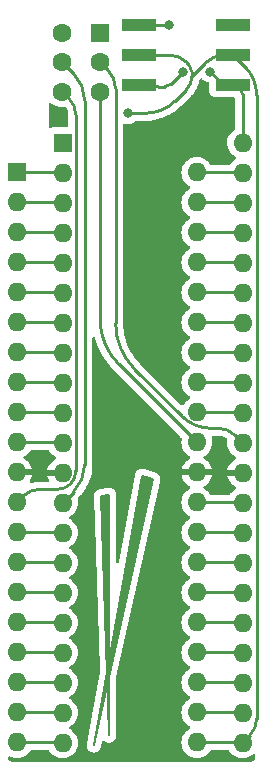
<source format=gbr>
%TF.GenerationSoftware,KiCad,Pcbnew,(6.0.6-1)-1*%
%TF.CreationDate,2022-07-19T12:23:47-04:00*%
%TF.ProjectId,tl866_27c322_adapter,746c3836-365f-4323-9763-3332325f6164,rev?*%
%TF.SameCoordinates,Original*%
%TF.FileFunction,Copper,L1,Top*%
%TF.FilePolarity,Positive*%
%FSLAX46Y46*%
G04 Gerber Fmt 4.6, Leading zero omitted, Abs format (unit mm)*
G04 Created by KiCad (PCBNEW (6.0.6-1)-1) date 2022-07-19 12:23:47*
%MOMM*%
%LPD*%
G01*
G04 APERTURE LIST*
%TA.AperFunction,NonConductor*%
%ADD10C,0.200000*%
%TD*%
%TA.AperFunction,SMDPad,CuDef*%
%ADD11R,3.000000X1.000000*%
%TD*%
%TA.AperFunction,ComponentPad*%
%ADD12R,1.600000X1.600000*%
%TD*%
%TA.AperFunction,ComponentPad*%
%ADD13C,1.600000*%
%TD*%
%TA.AperFunction,ComponentPad*%
%ADD14O,1.600000X1.600000*%
%TD*%
%TA.AperFunction,ViaPad*%
%ADD15C,0.800000*%
%TD*%
%TA.AperFunction,Conductor*%
%ADD16C,0.250000*%
%TD*%
G04 APERTURE END LIST*
D10*
G36*
X136372600Y-114376200D02*
G01*
X135692239Y-94120119D01*
X136378039Y-94018519D01*
X136372600Y-114376200D01*
G37*
X136372600Y-114376200D02*
X135692239Y-94120119D01*
X136378039Y-94018519D01*
X136372600Y-114376200D01*
G36*
X140089699Y-92680891D02*
G01*
X135085899Y-115210691D01*
X139149899Y-92401491D01*
X140089699Y-92680891D01*
G37*
X140089699Y-92680891D02*
X135085899Y-115210691D01*
X139149899Y-92401491D01*
X140089699Y-92680891D01*
D11*
%TO.P,SW1,1,1*%
%TO.N,/A18*%
X138876300Y-54204900D03*
%TO.P,SW1,2,2*%
%TO.N,/A19*%
X146876300Y-59284900D03*
%TO.P,SW1,4,4*%
%TO.N,Net-(R3-Pad2)*%
X138876300Y-59284900D03*
%TO.P,SW1,8,8*%
%TO.N,unconnected-(SW1-Pad8)*%
X146876300Y-54204900D03*
%TO.P,SW1,C,C*%
%TO.N,VCC*%
X146876300Y-56744900D03*
X138876300Y-56744900D03*
%TD*%
D12*
%TO.P,SW2,1,A*%
%TO.N,Net-(R3-Pad2)*%
X135610400Y-54869500D03*
D13*
%TO.P,SW2,2,B*%
%TO.N,/A20*%
X135610400Y-57369500D03*
%TO.P,SW2,3,C*%
%TO.N,/{slash}BYTEVpp*%
X135610400Y-59869500D03*
%TO.P,SW2,4,A*%
%TO.N,Net-(Q1-Pad3)*%
X132410400Y-54869500D03*
%TO.P,SW2,5,B*%
%TO.N,/{slash}GVpp*%
X132410400Y-57369500D03*
%TO.P,SW2,6,C*%
%TO.N,/{slash}G*%
X132410400Y-59869500D03*
%TD*%
D12*
%TO.P,J1,1,Pin_1*%
%TO.N,/A18*%
X132435600Y-64185800D03*
D14*
%TO.P,J1,2,Pin_2*%
%TO.N,/A17*%
X132435600Y-66725800D03*
%TO.P,J1,3,Pin_3*%
%TO.N,/A7*%
X132435600Y-69265800D03*
%TO.P,J1,4,Pin_4*%
%TO.N,/A6*%
X132435600Y-71805800D03*
%TO.P,J1,5,Pin_5*%
%TO.N,/A5*%
X132435600Y-74345800D03*
%TO.P,J1,6,Pin_6*%
%TO.N,/A4*%
X132435600Y-76885800D03*
%TO.P,J1,7,Pin_7*%
%TO.N,/A3*%
X132435600Y-79425800D03*
%TO.P,J1,8,Pin_8*%
%TO.N,/A2*%
X132435600Y-81965800D03*
%TO.P,J1,9,Pin_9*%
%TO.N,/A1*%
X132435600Y-84505800D03*
%TO.P,J1,10,Pin_10*%
%TO.N,/A0*%
X132435600Y-87045800D03*
%TO.P,J1,11,Pin_11*%
%TO.N,/{slash}E*%
X132435600Y-89585800D03*
%TO.P,J1,12,Pin_12*%
%TO.N,GND*%
X132435600Y-92125800D03*
%TO.P,J1,13,Pin_13*%
%TO.N,/{slash}GVpp*%
X132435600Y-94665800D03*
%TO.P,J1,14,Pin_14*%
%TO.N,/Q0*%
X132435600Y-97205800D03*
%TO.P,J1,15,Pin_15*%
%TO.N,/Q8*%
X132435600Y-99745800D03*
%TO.P,J1,16,Pin_16*%
%TO.N,/Q1*%
X132435600Y-102285800D03*
%TO.P,J1,17,Pin_17*%
%TO.N,/Q9*%
X132435600Y-104825800D03*
%TO.P,J1,18,Pin_18*%
%TO.N,/Q2*%
X132435600Y-107365800D03*
%TO.P,J1,19,Pin_19*%
%TO.N,/Q10*%
X132435600Y-109905800D03*
%TO.P,J1,20,Pin_20*%
%TO.N,/Q3*%
X132435600Y-112445800D03*
%TO.P,J1,21,Pin_21*%
%TO.N,/Q11*%
X132435600Y-114985800D03*
%TO.P,J1,22,Pin_22*%
%TO.N,VCC*%
X147675600Y-114985800D03*
%TO.P,J1,23,Pin_23*%
%TO.N,/Q4*%
X147675600Y-112445800D03*
%TO.P,J1,24,Pin_24*%
%TO.N,/Q12*%
X147675600Y-109905800D03*
%TO.P,J1,25,Pin_25*%
%TO.N,/Q5*%
X147675600Y-107365800D03*
%TO.P,J1,26,Pin_26*%
%TO.N,/Q13*%
X147675600Y-104825800D03*
%TO.P,J1,27,Pin_27*%
%TO.N,/Q6*%
X147675600Y-102285800D03*
%TO.P,J1,28,Pin_28*%
%TO.N,/Q14*%
X147675600Y-99745800D03*
%TO.P,J1,29,Pin_29*%
%TO.N,/Q7*%
X147675600Y-97205800D03*
%TO.P,J1,30,Pin_30*%
%TO.N,/Q15*%
X147675600Y-94665800D03*
%TO.P,J1,31,Pin_31*%
%TO.N,GND*%
X147675600Y-92125800D03*
%TO.P,J1,32,Pin_32*%
%TO.N,/A20*%
X147675600Y-89585800D03*
%TO.P,J1,33,Pin_33*%
%TO.N,/A16*%
X147675600Y-87045800D03*
%TO.P,J1,34,Pin_34*%
%TO.N,/A15*%
X147675600Y-84505800D03*
%TO.P,J1,35,Pin_35*%
%TO.N,/A14*%
X147675600Y-81965800D03*
%TO.P,J1,36,Pin_36*%
%TO.N,/A13*%
X147675600Y-79425800D03*
%TO.P,J1,37,Pin_37*%
%TO.N,/A12*%
X147675600Y-76885800D03*
%TO.P,J1,38,Pin_38*%
%TO.N,/A11*%
X147675600Y-74345800D03*
%TO.P,J1,39,Pin_39*%
%TO.N,/A10*%
X147675600Y-71805800D03*
%TO.P,J1,40,Pin_40*%
%TO.N,/A9*%
X147675600Y-69265800D03*
%TO.P,J1,41,Pin_41*%
%TO.N,/A8*%
X147675600Y-66725800D03*
%TO.P,J1,42,Pin_42*%
%TO.N,/A19*%
X147675600Y-64185800D03*
%TD*%
D12*
%TO.P,J2,1,Pin_1*%
%TO.N,/A17*%
X128569800Y-66705400D03*
D14*
%TO.P,J2,2,Pin_2*%
%TO.N,/A7*%
X128569800Y-69245400D03*
%TO.P,J2,3,Pin_3*%
%TO.N,/A6*%
X128569800Y-71785400D03*
%TO.P,J2,4,Pin_4*%
%TO.N,/A5*%
X128569800Y-74325400D03*
%TO.P,J2,5,Pin_5*%
%TO.N,/A4*%
X128569800Y-76865400D03*
%TO.P,J2,6,Pin_6*%
%TO.N,/A3*%
X128569800Y-79405400D03*
%TO.P,J2,7,Pin_7*%
%TO.N,/A2*%
X128569800Y-81945400D03*
%TO.P,J2,8,Pin_8*%
%TO.N,/A1*%
X128569800Y-84485400D03*
%TO.P,J2,9,Pin_9*%
%TO.N,/A0*%
X128569800Y-87025400D03*
%TO.P,J2,10,Pin_10*%
%TO.N,/{slash}E*%
X128569800Y-89565400D03*
%TO.P,J2,11,Pin_11*%
%TO.N,GND*%
X128569800Y-92105400D03*
%TO.P,J2,12,Pin_12*%
%TO.N,/{slash}G*%
X128569800Y-94645400D03*
%TO.P,J2,13,Pin_13*%
%TO.N,/Q0*%
X128569800Y-97185400D03*
%TO.P,J2,14,Pin_14*%
%TO.N,/Q8*%
X128569800Y-99725400D03*
%TO.P,J2,15,Pin_15*%
%TO.N,/Q1*%
X128569800Y-102265400D03*
%TO.P,J2,16,Pin_16*%
%TO.N,/Q9*%
X128569800Y-104805400D03*
%TO.P,J2,17,Pin_17*%
%TO.N,/Q2*%
X128569800Y-107345400D03*
%TO.P,J2,18,Pin_18*%
%TO.N,/Q10*%
X128569800Y-109885400D03*
%TO.P,J2,19,Pin_19*%
%TO.N,/Q3*%
X128569800Y-112425400D03*
%TO.P,J2,20,Pin_20*%
%TO.N,/Q11*%
X128569800Y-114965400D03*
%TO.P,J2,21,Pin_21*%
%TO.N,VCC*%
X143809800Y-114965400D03*
%TO.P,J2,22,Pin_22*%
%TO.N,/Q4*%
X143809800Y-112425400D03*
%TO.P,J2,23,Pin_23*%
%TO.N,/Q12*%
X143809800Y-109885400D03*
%TO.P,J2,24,Pin_24*%
%TO.N,/Q5*%
X143809800Y-107345400D03*
%TO.P,J2,25,Pin_25*%
%TO.N,/Q13*%
X143809800Y-104805400D03*
%TO.P,J2,26,Pin_26*%
%TO.N,/Q6*%
X143809800Y-102265400D03*
%TO.P,J2,27,Pin_27*%
%TO.N,/Q14*%
X143809800Y-99725400D03*
%TO.P,J2,28,Pin_28*%
%TO.N,/Q7*%
X143809800Y-97185400D03*
%TO.P,J2,29,Pin_29*%
%TO.N,/Q15*%
X143809800Y-94645400D03*
%TO.P,J2,30,Pin_30*%
%TO.N,GND*%
X143809800Y-92105400D03*
%TO.P,J2,31,Pin_31*%
%TO.N,/{slash}BYTEVpp*%
X143809800Y-89565400D03*
%TO.P,J2,32,Pin_32*%
%TO.N,/A16*%
X143809800Y-87025400D03*
%TO.P,J2,33,Pin_33*%
%TO.N,/A15*%
X143809800Y-84485400D03*
%TO.P,J2,34,Pin_34*%
%TO.N,/A14*%
X143809800Y-81945400D03*
%TO.P,J2,35,Pin_35*%
%TO.N,/A13*%
X143809800Y-79405400D03*
%TO.P,J2,36,Pin_36*%
%TO.N,/A12*%
X143809800Y-76865400D03*
%TO.P,J2,37,Pin_37*%
%TO.N,/A11*%
X143809800Y-74325400D03*
%TO.P,J2,38,Pin_38*%
%TO.N,/A10*%
X143809800Y-71785400D03*
%TO.P,J2,39,Pin_39*%
%TO.N,/A9*%
X143809800Y-69245400D03*
%TO.P,J2,40,Pin_40*%
%TO.N,/A8*%
X143809800Y-66705400D03*
%TD*%
D15*
%TO.N,GND*%
X143789400Y-64846200D03*
X141986000Y-64846200D03*
X145719800Y-93268800D03*
X145846800Y-62953300D03*
X145973800Y-64846200D03*
X145719800Y-90830400D03*
X130479800Y-91059000D03*
X143814800Y-62865000D03*
X142036800Y-62865000D03*
X132054600Y-62026800D03*
%TO.N,VCC*%
X137960700Y-61696600D03*
%TO.N,/A18*%
X141452476Y-54194719D03*
%TO.N,/A19*%
X144957800Y-58166000D03*
%TO.N,Net-(R3-Pad2)*%
X142671800Y-58166000D03*
%TD*%
D16*
%TO.N,GND*%
X147640775Y-92105400D02*
X143809800Y-92105400D01*
X143802100Y-64833500D02*
X143789400Y-64846200D01*
X147665400Y-92115600D02*
X147675600Y-92125800D01*
X145898257Y-64717240D02*
X145898257Y-63022640D01*
X132400775Y-92105400D02*
X128569800Y-92105400D01*
X143814800Y-64802839D02*
X143814800Y-62865000D01*
X132425400Y-92115600D02*
X132435600Y-92125800D01*
X145936028Y-64808428D02*
X145973800Y-64846200D01*
X142036800Y-62865000D02*
X142011400Y-62890400D01*
X145846800Y-62953300D02*
X145872200Y-62978700D01*
X141986000Y-64846200D02*
X141986000Y-62951721D01*
X147640775Y-92105411D02*
G75*
G02*
X147665400Y-92115600I25J-34789D01*
G01*
X145936052Y-64808404D02*
G75*
G02*
X145898257Y-64717240I91148J91204D01*
G01*
X145898268Y-63022636D02*
G75*
G03*
X145872199Y-62978701I-119268J-41064D01*
G01*
X141986009Y-62951721D02*
G75*
G02*
X142011400Y-62890400I86691J21D01*
G01*
X143814816Y-64802839D02*
G75*
G02*
X143802100Y-64833500I-43416J39D01*
G01*
X132425407Y-92115593D02*
G75*
G03*
X132400775Y-92105400I-24607J-24607D01*
G01*
%TO.N,VCC*%
X141985791Y-60645230D02*
X142912361Y-59718659D01*
X143154092Y-57622987D02*
X142848858Y-57317753D01*
X147872755Y-57741355D02*
X146876300Y-56744900D01*
X147685800Y-114975600D02*
X148272405Y-114388994D01*
X143396311Y-58550304D02*
X143396311Y-58207755D01*
X137960700Y-61696600D02*
X139447561Y-61696600D01*
X148869211Y-112948178D02*
X148869211Y-60147011D01*
X147640775Y-114965400D02*
X143809800Y-114965400D01*
X141527189Y-56770300D02*
X139155700Y-56770300D01*
X146166007Y-56770300D02*
X147155700Y-56770300D01*
X143396311Y-58550304D02*
X144476496Y-57470118D01*
X141527189Y-56770302D02*
G75*
G02*
X142848857Y-57317754I11J-1869098D01*
G01*
X147640775Y-114965411D02*
G75*
G02*
X147665400Y-114975600I25J-34789D01*
G01*
X142912361Y-59718659D02*
G75*
G03*
X143396311Y-58550304I-1168361J1168359D01*
G01*
X148869202Y-60147011D02*
G75*
G03*
X147872754Y-57741356I-3402102J11D01*
G01*
X148272414Y-114389003D02*
G75*
G03*
X148869211Y-112948178I-1440814J1440803D01*
G01*
X139447561Y-61696571D02*
G75*
G03*
X141985790Y-60645229I39J3589571D01*
G01*
X144476499Y-57470121D02*
G75*
G02*
X146166007Y-56770300I1689501J-1689479D01*
G01*
X147685800Y-114975600D02*
G75*
G02*
X147665400Y-114975600I-10200J10203D01*
G01*
X143396335Y-58207755D02*
G75*
G03*
X143154092Y-57622987I-827035J-45D01*
G01*
%TO.N,/A18*%
X141391735Y-54230300D02*
X139155700Y-54230300D01*
X141434685Y-54212509D02*
X141452476Y-54194719D01*
X141391735Y-54230336D02*
G75*
G03*
X141434685Y-54212509I-35J60736D01*
G01*
%TO.N,/A17*%
X132425400Y-66715600D02*
X132435600Y-66725800D01*
X132400775Y-66705400D02*
X128569800Y-66705400D01*
X132425407Y-66715593D02*
G75*
G03*
X132400775Y-66705400I-24607J-24607D01*
G01*
%TO.N,/A7*%
X132400775Y-69245400D02*
X128569800Y-69245400D01*
X132425400Y-69255600D02*
X132435600Y-69265800D01*
X132425407Y-69255593D02*
G75*
G03*
X132400775Y-69245400I-24607J-24607D01*
G01*
%TO.N,/A6*%
X132400775Y-71785400D02*
X128569800Y-71785400D01*
X132425400Y-71795600D02*
X132435600Y-71805800D01*
X132400775Y-71785411D02*
G75*
G02*
X132425400Y-71795600I25J-34789D01*
G01*
%TO.N,/A5*%
X132425400Y-74335600D02*
X132435600Y-74345800D01*
X132400775Y-74325400D02*
X128569800Y-74325400D01*
X132425407Y-74335593D02*
G75*
G03*
X132400775Y-74325400I-24607J-24607D01*
G01*
%TO.N,/A4*%
X132400775Y-76865400D02*
X128569800Y-76865400D01*
X132425400Y-76875600D02*
X132435600Y-76885800D01*
X132425407Y-76875593D02*
G75*
G03*
X132400775Y-76865400I-24607J-24607D01*
G01*
%TO.N,/A3*%
X132425400Y-79415600D02*
X132435600Y-79425800D01*
X132400775Y-79405400D02*
X128569800Y-79405400D01*
X132400775Y-79405411D02*
G75*
G02*
X132425400Y-79415600I25J-34789D01*
G01*
%TO.N,/A2*%
X132425400Y-81955600D02*
X132435600Y-81965800D01*
X132400775Y-81945400D02*
X128569800Y-81945400D01*
X132425407Y-81955593D02*
G75*
G03*
X132400775Y-81945400I-24607J-24607D01*
G01*
%TO.N,/A1*%
X132425400Y-84495600D02*
X132435600Y-84505800D01*
X132400775Y-84485400D02*
X128569800Y-84485400D01*
X132425407Y-84495593D02*
G75*
G03*
X132400775Y-84485400I-24607J-24607D01*
G01*
%TO.N,/A0*%
X132400775Y-87025400D02*
X128569800Y-87025400D01*
X132425400Y-87035600D02*
X132435600Y-87045800D01*
X132400775Y-87025411D02*
G75*
G02*
X132425400Y-87035600I25J-34789D01*
G01*
%TO.N,/{slash}E*%
X132425400Y-89575600D02*
X132435600Y-89585800D01*
X132400775Y-89565400D02*
X128569800Y-89565400D01*
X132425407Y-89575593D02*
G75*
G03*
X132400775Y-89565400I-24607J-24607D01*
G01*
%TO.N,/{slash}GVpp*%
X133375400Y-93726000D02*
X132435600Y-94665800D01*
X133362800Y-58321900D02*
X132410400Y-57369500D01*
X134315200Y-60621196D02*
X134315200Y-91457122D01*
X134315209Y-91457122D02*
G75*
G02*
X133375400Y-93726000I-3208709J22D01*
G01*
X134315201Y-60621196D02*
G75*
G03*
X133362800Y-58321900I-3251701J-4D01*
G01*
%TO.N,/Q0*%
X132425400Y-97195600D02*
X132435600Y-97205800D01*
X132400775Y-97185400D02*
X128569800Y-97185400D01*
X132425407Y-97195593D02*
G75*
G03*
X132400775Y-97185400I-24607J-24607D01*
G01*
%TO.N,/Q8*%
X132425400Y-99735600D02*
X132435600Y-99745800D01*
X132400775Y-99725400D02*
X128569800Y-99725400D01*
X132425407Y-99735593D02*
G75*
G03*
X132400775Y-99725400I-24607J-24607D01*
G01*
%TO.N,/Q1*%
X132425400Y-102275600D02*
X132435600Y-102285800D01*
X132400775Y-102265400D02*
X128569800Y-102265400D01*
X132400775Y-102265411D02*
G75*
G02*
X132425400Y-102275600I25J-34789D01*
G01*
%TO.N,/Q9*%
X132425400Y-104815600D02*
X132435600Y-104825800D01*
X132400775Y-104805400D02*
X128569800Y-104805400D01*
X132425407Y-104815593D02*
G75*
G03*
X132400775Y-104805400I-24607J-24607D01*
G01*
%TO.N,/Q2*%
X132400775Y-107345400D02*
X128569800Y-107345400D01*
X132425400Y-107355600D02*
X132435600Y-107365800D01*
X132425407Y-107355593D02*
G75*
G03*
X132400775Y-107345400I-24607J-24607D01*
G01*
%TO.N,/Q10*%
X132425400Y-109895600D02*
X132435600Y-109905800D01*
X132400775Y-109885400D02*
X128569800Y-109885400D01*
X132400775Y-109885411D02*
G75*
G02*
X132425400Y-109895600I25J-34789D01*
G01*
%TO.N,/Q3*%
X132400775Y-112425400D02*
X128569800Y-112425400D01*
X132425400Y-112435600D02*
X132435600Y-112445800D01*
X132425407Y-112435593D02*
G75*
G03*
X132400775Y-112425400I-24607J-24607D01*
G01*
%TO.N,/Q11*%
X132425400Y-114975600D02*
X132435600Y-114985800D01*
X132400775Y-114965400D02*
X128569800Y-114965400D01*
X132425407Y-114975593D02*
G75*
G03*
X132400775Y-114965400I-24607J-24607D01*
G01*
%TO.N,/Q4*%
X147640775Y-112425400D02*
X143809800Y-112425400D01*
X147665400Y-112435600D02*
X147675600Y-112445800D01*
X147640775Y-112425411D02*
G75*
G02*
X147665400Y-112435600I25J-34789D01*
G01*
%TO.N,/Q12*%
X147640775Y-109885400D02*
X143809800Y-109885400D01*
X147665400Y-109895600D02*
X147675600Y-109905800D01*
X147665407Y-109895593D02*
G75*
G03*
X147640775Y-109885400I-24607J-24607D01*
G01*
%TO.N,/Q5*%
X147665400Y-107355600D02*
X147675600Y-107365800D01*
X147640775Y-107345400D02*
X143809800Y-107345400D01*
X147665407Y-107355593D02*
G75*
G03*
X147640775Y-107345400I-24607J-24607D01*
G01*
%TO.N,/Q13*%
X147665400Y-104815600D02*
X147675600Y-104825800D01*
X147640775Y-104805400D02*
X143809800Y-104805400D01*
X147640775Y-104805411D02*
G75*
G02*
X147665400Y-104815600I25J-34789D01*
G01*
%TO.N,/Q6*%
X147665400Y-102275600D02*
X147675600Y-102285800D01*
X147640775Y-102265400D02*
X143809800Y-102265400D01*
X147665407Y-102275593D02*
G75*
G03*
X147640775Y-102265400I-24607J-24607D01*
G01*
%TO.N,/Q14*%
X147665400Y-99735600D02*
X147675600Y-99745800D01*
X147640775Y-99725400D02*
X143809800Y-99725400D01*
X147665407Y-99735593D02*
G75*
G03*
X147640775Y-99725400I-24607J-24607D01*
G01*
%TO.N,/Q7*%
X147640775Y-97185400D02*
X143809800Y-97185400D01*
X147665400Y-97195600D02*
X147675600Y-97205800D01*
X147640775Y-97185411D02*
G75*
G02*
X147665400Y-97195600I25J-34789D01*
G01*
%TO.N,/Q15*%
X147640775Y-94645400D02*
X143809800Y-94645400D01*
X147665400Y-94655600D02*
X147675600Y-94665800D01*
X147665407Y-94655593D02*
G75*
G03*
X147640775Y-94645400I-24607J-24607D01*
G01*
%TO.N,/A20*%
X142536915Y-87342815D02*
X138525192Y-83331092D01*
X147066000Y-88976200D02*
X147675600Y-89585800D01*
X145008550Y-88366600D02*
X145594295Y-88366600D01*
X136931400Y-59624588D02*
X136931400Y-79483336D01*
X136270900Y-58030000D02*
X135610400Y-57369500D01*
X138525200Y-83331084D02*
G75*
G02*
X136931400Y-79483336I3847800J3847784D01*
G01*
X142536944Y-87342786D02*
G75*
G03*
X145008550Y-88366600I2471656J2471586D01*
G01*
X136931404Y-59624588D02*
G75*
G03*
X136270899Y-58030001I-2255104J-12D01*
G01*
X147066001Y-88976199D02*
G75*
G03*
X145594295Y-88366600I-1471701J-1471701D01*
G01*
%TO.N,/A16*%
X147640775Y-87025400D02*
X143809800Y-87025400D01*
X147665400Y-87035600D02*
X147675600Y-87045800D01*
X147665407Y-87035593D02*
G75*
G03*
X147640775Y-87025400I-24607J-24607D01*
G01*
%TO.N,/A15*%
X147640775Y-84485400D02*
X143809800Y-84485400D01*
X147665400Y-84495600D02*
X147675600Y-84505800D01*
X147665407Y-84495593D02*
G75*
G03*
X147640775Y-84485400I-24607J-24607D01*
G01*
%TO.N,/A14*%
X147665400Y-81955600D02*
X147675600Y-81965800D01*
X147640775Y-81945400D02*
X143809800Y-81945400D01*
X147640775Y-81945411D02*
G75*
G02*
X147665400Y-81955600I25J-34789D01*
G01*
%TO.N,/A13*%
X147665400Y-79415600D02*
X147675600Y-79425800D01*
X147640775Y-79405400D02*
X143809800Y-79405400D01*
X147665407Y-79415593D02*
G75*
G03*
X147640775Y-79405400I-24607J-24607D01*
G01*
%TO.N,/A12*%
X147665400Y-76875600D02*
X147675600Y-76885800D01*
X147640775Y-76865400D02*
X143809800Y-76865400D01*
X147665407Y-76875593D02*
G75*
G03*
X147640775Y-76865400I-24607J-24607D01*
G01*
%TO.N,/A11*%
X147640775Y-74325400D02*
X143809800Y-74325400D01*
X147665400Y-74335600D02*
X147675600Y-74345800D01*
X147640775Y-74325411D02*
G75*
G02*
X147665400Y-74335600I25J-34789D01*
G01*
%TO.N,/A10*%
X147640775Y-71785400D02*
X143809800Y-71785400D01*
X147665400Y-71795600D02*
X147675600Y-71805800D01*
X147665407Y-71795593D02*
G75*
G03*
X147640775Y-71785400I-24607J-24607D01*
G01*
%TO.N,/A9*%
X147665400Y-69255600D02*
X147675600Y-69265800D01*
X147640775Y-69245400D02*
X143809800Y-69245400D01*
X147665407Y-69255593D02*
G75*
G03*
X147640775Y-69245400I-24607J-24607D01*
G01*
%TO.N,/A8*%
X147665400Y-66715600D02*
X147675600Y-66725800D01*
X147640775Y-66705400D02*
X143809800Y-66705400D01*
X147640775Y-66705411D02*
G75*
G02*
X147665400Y-66715600I25J-34789D01*
G01*
%TO.N,/A19*%
X145852353Y-59060553D02*
X144957800Y-58166000D01*
X146761900Y-59437300D02*
X147025363Y-59437300D01*
X147675600Y-60087536D02*
X147675600Y-64185800D01*
X147485161Y-59627739D02*
G75*
G03*
X147025363Y-59437300I-459761J-459761D01*
G01*
X145852352Y-59060554D02*
G75*
G03*
X146761900Y-59437300I909548J909554D01*
G01*
X147485161Y-59627739D02*
G75*
G02*
X147675600Y-60087536I-459761J-459761D01*
G01*
%TO.N,/{slash}G*%
X129121855Y-94093344D02*
X128569800Y-94645400D01*
X133560111Y-61832179D02*
X133560111Y-91980310D01*
X132985255Y-60444355D02*
X132410400Y-59869500D01*
X131999132Y-93541289D02*
X130454635Y-93541289D01*
X132985251Y-60444359D02*
G75*
G02*
X133560111Y-61832179I-1387851J-1387841D01*
G01*
X133102912Y-93084090D02*
G75*
G03*
X133560111Y-91980310I-1103812J1103790D01*
G01*
X133102897Y-93084075D02*
G75*
G02*
X131999132Y-93541289I-1103797J1103775D01*
G01*
X130454635Y-93541307D02*
G75*
G03*
X129121856Y-94093345I-35J-1884793D01*
G01*
%TO.N,/{slash}BYTEVpp*%
X135610400Y-79112036D02*
X135610400Y-59869500D01*
X137204192Y-82959792D02*
X143809800Y-89565400D01*
X135610390Y-79112036D02*
G75*
G03*
X137204193Y-82959791I5441610J36D01*
G01*
%TO.N,Net-(R3-Pad2)*%
X140489124Y-59437300D02*
X140487786Y-59437300D01*
X140495478Y-59437300D02*
X140493472Y-59437300D01*
X140493138Y-59437300D02*
X140491800Y-59437300D01*
X140491800Y-59437300D02*
X140490462Y-59437300D01*
X142671800Y-58166000D02*
X141614682Y-59223117D01*
X140487786Y-59437300D02*
X140487452Y-59437300D01*
X140486450Y-59437300D02*
X140486784Y-59437300D01*
X140490462Y-59437300D02*
X140489124Y-59437300D01*
X140487452Y-59437300D02*
X140486784Y-59437300D01*
X140502500Y-59437300D02*
X141097600Y-59437300D01*
X140497150Y-59437300D02*
X140495478Y-59437300D01*
X140493138Y-59437300D02*
X140493472Y-59437300D01*
X140502500Y-59437300D02*
X140497150Y-59437300D01*
X139960255Y-59219313D02*
G75*
G03*
X140486450Y-59437300I526245J526213D01*
G01*
X141614690Y-59223125D02*
G75*
G02*
X141097600Y-59437300I-517090J517125D01*
G01*
%TD*%
%TA.AperFunction,Conductor*%
%TO.N,GND*%
G36*
X135157212Y-80672538D02*
G01*
X135196786Y-80736601D01*
X135219264Y-80824668D01*
X135219967Y-80826782D01*
X135219972Y-80826797D01*
X135257385Y-80939202D01*
X135356304Y-81236402D01*
X135357157Y-81238462D01*
X135357161Y-81238472D01*
X135466098Y-81501467D01*
X135522367Y-81637311D01*
X135716607Y-82025352D01*
X135938035Y-82398548D01*
X135939317Y-82400394D01*
X135939318Y-82400396D01*
X136075936Y-82597162D01*
X136185522Y-82754996D01*
X136186915Y-82756724D01*
X136186925Y-82756738D01*
X136286135Y-82879850D01*
X136457806Y-83092881D01*
X136732708Y-83388148D01*
X136740578Y-83397553D01*
X136741118Y-83398181D01*
X136743598Y-83401485D01*
X136752949Y-83411033D01*
X136756191Y-83413575D01*
X136756192Y-83413576D01*
X136777456Y-83430249D01*
X136788804Y-83440308D01*
X142500648Y-89152152D01*
X142534674Y-89214464D01*
X142533259Y-89273859D01*
X142517682Y-89331991D01*
X142517680Y-89332001D01*
X142516257Y-89337313D01*
X142496302Y-89565400D01*
X142516257Y-89793487D01*
X142575516Y-90014643D01*
X142577839Y-90019624D01*
X142577839Y-90019625D01*
X142669951Y-90217162D01*
X142669954Y-90217167D01*
X142672277Y-90222149D01*
X142803602Y-90409700D01*
X142965500Y-90571598D01*
X142970008Y-90574755D01*
X142970011Y-90574757D01*
X143012000Y-90604158D01*
X143153051Y-90702923D01*
X143158033Y-90705246D01*
X143158038Y-90705249D01*
X143192849Y-90721481D01*
X143246134Y-90768398D01*
X143265595Y-90836675D01*
X143245053Y-90904635D01*
X143192849Y-90949871D01*
X143158289Y-90965986D01*
X143148793Y-90971469D01*
X142970333Y-91096428D01*
X142961925Y-91103484D01*
X142807884Y-91257525D01*
X142800828Y-91265933D01*
X142675869Y-91444393D01*
X142670386Y-91453889D01*
X142578310Y-91651347D01*
X142574564Y-91661639D01*
X142528406Y-91833903D01*
X142528742Y-91847999D01*
X142536684Y-91851400D01*
X145077767Y-91851400D01*
X145091298Y-91847427D01*
X145092527Y-91838878D01*
X145045036Y-91661639D01*
X145041290Y-91651347D01*
X144949214Y-91453889D01*
X144943731Y-91444393D01*
X144818772Y-91265933D01*
X144811716Y-91257525D01*
X144657675Y-91103484D01*
X144649267Y-91096428D01*
X144470807Y-90971469D01*
X144461311Y-90965986D01*
X144426751Y-90949871D01*
X144373466Y-90902954D01*
X144354005Y-90834677D01*
X144374547Y-90766717D01*
X144426751Y-90721481D01*
X144461562Y-90705249D01*
X144461567Y-90705246D01*
X144466549Y-90702923D01*
X144607600Y-90604158D01*
X144649589Y-90574757D01*
X144649592Y-90574755D01*
X144654100Y-90571598D01*
X144815998Y-90409700D01*
X144947323Y-90222149D01*
X144949646Y-90217167D01*
X144949649Y-90217162D01*
X145041761Y-90019625D01*
X145041761Y-90019624D01*
X145044084Y-90014643D01*
X145103343Y-89793487D01*
X145123298Y-89565400D01*
X145103343Y-89337313D01*
X145055486Y-89158710D01*
X145057176Y-89087735D01*
X145096970Y-89028939D01*
X145162234Y-89000991D01*
X145177193Y-89000100D01*
X145544279Y-89000100D01*
X145560725Y-89001178D01*
X145580083Y-89003727D01*
X145580087Y-89003727D01*
X145587614Y-89004718D01*
X145599651Y-89003389D01*
X145605340Y-89002761D01*
X145627409Y-89002270D01*
X145775031Y-89011946D01*
X145791371Y-89014097D01*
X145960916Y-89047821D01*
X145976836Y-89052087D01*
X146140528Y-89107653D01*
X146155755Y-89113960D01*
X146310791Y-89190415D01*
X146325063Y-89198655D01*
X146334474Y-89204943D01*
X146380003Y-89259419D01*
X146388852Y-89329862D01*
X146386182Y-89342316D01*
X146383719Y-89351510D01*
X146382057Y-89357713D01*
X146362102Y-89585800D01*
X146382057Y-89813887D01*
X146441316Y-90035043D01*
X146443639Y-90040024D01*
X146443639Y-90040025D01*
X146535751Y-90237562D01*
X146535754Y-90237567D01*
X146538077Y-90242549D01*
X146611502Y-90347411D01*
X146655118Y-90409700D01*
X146669402Y-90430100D01*
X146831300Y-90591998D01*
X146835808Y-90595155D01*
X146835811Y-90595157D01*
X146848666Y-90604158D01*
X147018851Y-90723323D01*
X147023833Y-90725646D01*
X147023838Y-90725649D01*
X147058649Y-90741881D01*
X147111934Y-90788798D01*
X147131395Y-90857075D01*
X147110853Y-90925035D01*
X147058649Y-90970271D01*
X147024089Y-90986386D01*
X147014593Y-90991869D01*
X146836133Y-91116828D01*
X146827725Y-91123884D01*
X146673684Y-91277925D01*
X146666628Y-91286333D01*
X146541669Y-91464793D01*
X146536186Y-91474289D01*
X146444110Y-91671747D01*
X146440364Y-91682039D01*
X146394206Y-91854303D01*
X146394542Y-91868399D01*
X146402484Y-91871800D01*
X147803600Y-91871800D01*
X147871721Y-91891802D01*
X147918214Y-91945458D01*
X147929600Y-91997800D01*
X147929600Y-92253800D01*
X147909598Y-92321921D01*
X147855942Y-92368414D01*
X147803600Y-92379800D01*
X146407633Y-92379800D01*
X146394102Y-92383773D01*
X146392873Y-92392322D01*
X146440364Y-92569561D01*
X146444110Y-92579853D01*
X146536186Y-92777311D01*
X146541669Y-92786807D01*
X146666628Y-92965267D01*
X146673684Y-92973675D01*
X146827725Y-93127716D01*
X146836133Y-93134772D01*
X147014593Y-93259731D01*
X147024089Y-93265214D01*
X147058649Y-93281329D01*
X147111934Y-93328246D01*
X147131395Y-93396523D01*
X147110853Y-93464483D01*
X147058649Y-93509719D01*
X147023838Y-93525951D01*
X147023833Y-93525954D01*
X147018851Y-93528277D01*
X146949712Y-93576689D01*
X146835811Y-93656443D01*
X146835808Y-93656445D01*
X146831300Y-93659602D01*
X146669402Y-93821500D01*
X146666245Y-93826008D01*
X146666243Y-93826011D01*
X146642565Y-93859827D01*
X146599988Y-93920634D01*
X146573704Y-93958171D01*
X146518247Y-94002499D01*
X146470491Y-94011900D01*
X145029194Y-94011900D01*
X144961073Y-93991898D01*
X144925981Y-93958171D01*
X144819157Y-93805611D01*
X144819155Y-93805608D01*
X144815998Y-93801100D01*
X144654100Y-93639202D01*
X144649592Y-93636045D01*
X144649589Y-93636043D01*
X144542709Y-93561205D01*
X144466549Y-93507877D01*
X144461567Y-93505554D01*
X144461562Y-93505551D01*
X144426751Y-93489319D01*
X144373466Y-93442402D01*
X144354005Y-93374125D01*
X144374547Y-93306165D01*
X144426751Y-93260929D01*
X144461311Y-93244814D01*
X144470807Y-93239331D01*
X144649267Y-93114372D01*
X144657675Y-93107316D01*
X144811716Y-92953275D01*
X144818772Y-92944867D01*
X144943731Y-92766407D01*
X144949214Y-92756911D01*
X145041290Y-92559453D01*
X145045036Y-92549161D01*
X145091194Y-92376897D01*
X145090858Y-92362801D01*
X145082916Y-92359400D01*
X142541833Y-92359400D01*
X142528302Y-92363373D01*
X142527073Y-92371922D01*
X142574564Y-92549161D01*
X142578310Y-92559453D01*
X142670386Y-92756911D01*
X142675869Y-92766407D01*
X142800828Y-92944867D01*
X142807884Y-92953275D01*
X142961925Y-93107316D01*
X142970333Y-93114372D01*
X143148793Y-93239331D01*
X143158289Y-93244814D01*
X143192849Y-93260929D01*
X143246134Y-93307846D01*
X143265595Y-93376123D01*
X143245053Y-93444083D01*
X143192849Y-93489319D01*
X143158038Y-93505551D01*
X143158033Y-93505554D01*
X143153051Y-93507877D01*
X143076891Y-93561205D01*
X142970011Y-93636043D01*
X142970008Y-93636045D01*
X142965500Y-93639202D01*
X142803602Y-93801100D01*
X142800445Y-93805608D01*
X142800443Y-93805611D01*
X142745702Y-93883789D01*
X142672277Y-93988651D01*
X142669954Y-93993633D01*
X142669951Y-93993638D01*
X142577839Y-94191175D01*
X142575516Y-94196157D01*
X142574094Y-94201465D01*
X142574093Y-94201467D01*
X142532531Y-94356577D01*
X142516257Y-94417313D01*
X142496302Y-94645400D01*
X142516257Y-94873487D01*
X142575516Y-95094643D01*
X142577839Y-95099624D01*
X142577839Y-95099625D01*
X142669951Y-95297162D01*
X142669954Y-95297167D01*
X142672277Y-95302149D01*
X142803602Y-95489700D01*
X142965500Y-95651598D01*
X142970008Y-95654755D01*
X142970011Y-95654757D01*
X143012000Y-95684158D01*
X143153051Y-95782923D01*
X143158033Y-95785246D01*
X143158038Y-95785249D01*
X143192257Y-95801205D01*
X143245542Y-95848122D01*
X143265003Y-95916399D01*
X143244461Y-95984359D01*
X143192257Y-96029595D01*
X143158038Y-96045551D01*
X143158033Y-96045554D01*
X143153051Y-96047877D01*
X143048189Y-96121302D01*
X142970011Y-96176043D01*
X142970008Y-96176045D01*
X142965500Y-96179202D01*
X142803602Y-96341100D01*
X142800445Y-96345608D01*
X142800443Y-96345611D01*
X142786159Y-96366011D01*
X142672277Y-96528651D01*
X142669954Y-96533633D01*
X142669951Y-96533638D01*
X142577839Y-96731175D01*
X142575516Y-96736157D01*
X142516257Y-96957313D01*
X142496302Y-97185400D01*
X142516257Y-97413487D01*
X142575516Y-97634643D01*
X142577839Y-97639624D01*
X142577839Y-97639625D01*
X142669951Y-97837162D01*
X142669954Y-97837167D01*
X142672277Y-97842149D01*
X142803602Y-98029700D01*
X142965500Y-98191598D01*
X142970008Y-98194755D01*
X142970011Y-98194757D01*
X143012000Y-98224158D01*
X143153051Y-98322923D01*
X143158033Y-98325246D01*
X143158038Y-98325249D01*
X143192257Y-98341205D01*
X143245542Y-98388122D01*
X143265003Y-98456399D01*
X143244461Y-98524359D01*
X143192257Y-98569595D01*
X143158038Y-98585551D01*
X143158033Y-98585554D01*
X143153051Y-98587877D01*
X143048189Y-98661302D01*
X142970011Y-98716043D01*
X142970008Y-98716045D01*
X142965500Y-98719202D01*
X142803602Y-98881100D01*
X142800445Y-98885608D01*
X142800443Y-98885611D01*
X142786159Y-98906011D01*
X142672277Y-99068651D01*
X142669954Y-99073633D01*
X142669951Y-99073638D01*
X142577839Y-99271175D01*
X142575516Y-99276157D01*
X142516257Y-99497313D01*
X142496302Y-99725400D01*
X142516257Y-99953487D01*
X142575516Y-100174643D01*
X142577839Y-100179624D01*
X142577839Y-100179625D01*
X142669951Y-100377162D01*
X142669954Y-100377167D01*
X142672277Y-100382149D01*
X142803602Y-100569700D01*
X142965500Y-100731598D01*
X142970008Y-100734755D01*
X142970011Y-100734757D01*
X143012000Y-100764158D01*
X143153051Y-100862923D01*
X143158033Y-100865246D01*
X143158038Y-100865249D01*
X143192257Y-100881205D01*
X143245542Y-100928122D01*
X143265003Y-100996399D01*
X143244461Y-101064359D01*
X143192257Y-101109595D01*
X143158038Y-101125551D01*
X143158033Y-101125554D01*
X143153051Y-101127877D01*
X143048189Y-101201302D01*
X142970011Y-101256043D01*
X142970008Y-101256045D01*
X142965500Y-101259202D01*
X142803602Y-101421100D01*
X142800445Y-101425608D01*
X142800443Y-101425611D01*
X142786159Y-101446011D01*
X142672277Y-101608651D01*
X142669954Y-101613633D01*
X142669951Y-101613638D01*
X142577839Y-101811175D01*
X142575516Y-101816157D01*
X142516257Y-102037313D01*
X142496302Y-102265400D01*
X142516257Y-102493487D01*
X142575516Y-102714643D01*
X142577839Y-102719624D01*
X142577839Y-102719625D01*
X142669951Y-102917162D01*
X142669954Y-102917167D01*
X142672277Y-102922149D01*
X142803602Y-103109700D01*
X142965500Y-103271598D01*
X142970008Y-103274755D01*
X142970011Y-103274757D01*
X143012000Y-103304158D01*
X143153051Y-103402923D01*
X143158033Y-103405246D01*
X143158038Y-103405249D01*
X143192257Y-103421205D01*
X143245542Y-103468122D01*
X143265003Y-103536399D01*
X143244461Y-103604359D01*
X143192257Y-103649595D01*
X143158038Y-103665551D01*
X143158033Y-103665554D01*
X143153051Y-103667877D01*
X143048189Y-103741302D01*
X142970011Y-103796043D01*
X142970008Y-103796045D01*
X142965500Y-103799202D01*
X142803602Y-103961100D01*
X142800445Y-103965608D01*
X142800443Y-103965611D01*
X142786159Y-103986011D01*
X142672277Y-104148651D01*
X142669954Y-104153633D01*
X142669951Y-104153638D01*
X142577839Y-104351175D01*
X142575516Y-104356157D01*
X142516257Y-104577313D01*
X142496302Y-104805400D01*
X142516257Y-105033487D01*
X142575516Y-105254643D01*
X142577839Y-105259624D01*
X142577839Y-105259625D01*
X142669951Y-105457162D01*
X142669954Y-105457167D01*
X142672277Y-105462149D01*
X142803602Y-105649700D01*
X142965500Y-105811598D01*
X142970008Y-105814755D01*
X142970011Y-105814757D01*
X143012000Y-105844158D01*
X143153051Y-105942923D01*
X143158033Y-105945246D01*
X143158038Y-105945249D01*
X143192257Y-105961205D01*
X143245542Y-106008122D01*
X143265003Y-106076399D01*
X143244461Y-106144359D01*
X143192257Y-106189595D01*
X143158038Y-106205551D01*
X143158033Y-106205554D01*
X143153051Y-106207877D01*
X143048189Y-106281302D01*
X142970011Y-106336043D01*
X142970008Y-106336045D01*
X142965500Y-106339202D01*
X142803602Y-106501100D01*
X142800445Y-106505608D01*
X142800443Y-106505611D01*
X142786159Y-106526011D01*
X142672277Y-106688651D01*
X142669954Y-106693633D01*
X142669951Y-106693638D01*
X142577839Y-106891175D01*
X142575516Y-106896157D01*
X142516257Y-107117313D01*
X142496302Y-107345400D01*
X142516257Y-107573487D01*
X142575516Y-107794643D01*
X142577839Y-107799624D01*
X142577839Y-107799625D01*
X142669951Y-107997162D01*
X142669954Y-107997167D01*
X142672277Y-108002149D01*
X142803602Y-108189700D01*
X142965500Y-108351598D01*
X142970008Y-108354755D01*
X142970011Y-108354757D01*
X143012000Y-108384158D01*
X143153051Y-108482923D01*
X143158033Y-108485246D01*
X143158038Y-108485249D01*
X143192257Y-108501205D01*
X143245542Y-108548122D01*
X143265003Y-108616399D01*
X143244461Y-108684359D01*
X143192257Y-108729595D01*
X143158038Y-108745551D01*
X143158033Y-108745554D01*
X143153051Y-108747877D01*
X143048189Y-108821302D01*
X142970011Y-108876043D01*
X142970008Y-108876045D01*
X142965500Y-108879202D01*
X142803602Y-109041100D01*
X142800445Y-109045608D01*
X142800443Y-109045611D01*
X142786159Y-109066011D01*
X142672277Y-109228651D01*
X142669954Y-109233633D01*
X142669951Y-109233638D01*
X142577839Y-109431175D01*
X142575516Y-109436157D01*
X142516257Y-109657313D01*
X142496302Y-109885400D01*
X142516257Y-110113487D01*
X142575516Y-110334643D01*
X142577839Y-110339624D01*
X142577839Y-110339625D01*
X142669951Y-110537162D01*
X142669954Y-110537167D01*
X142672277Y-110542149D01*
X142803602Y-110729700D01*
X142965500Y-110891598D01*
X142970008Y-110894755D01*
X142970011Y-110894757D01*
X143012000Y-110924158D01*
X143153051Y-111022923D01*
X143158033Y-111025246D01*
X143158038Y-111025249D01*
X143192257Y-111041205D01*
X143245542Y-111088122D01*
X143265003Y-111156399D01*
X143244461Y-111224359D01*
X143192257Y-111269595D01*
X143158038Y-111285551D01*
X143158033Y-111285554D01*
X143153051Y-111287877D01*
X143048189Y-111361302D01*
X142970011Y-111416043D01*
X142970008Y-111416045D01*
X142965500Y-111419202D01*
X142803602Y-111581100D01*
X142800445Y-111585608D01*
X142800443Y-111585611D01*
X142786159Y-111606011D01*
X142672277Y-111768651D01*
X142669954Y-111773633D01*
X142669951Y-111773638D01*
X142577839Y-111971175D01*
X142575516Y-111976157D01*
X142516257Y-112197313D01*
X142496302Y-112425400D01*
X142516257Y-112653487D01*
X142575516Y-112874643D01*
X142577839Y-112879624D01*
X142577839Y-112879625D01*
X142669951Y-113077162D01*
X142669954Y-113077167D01*
X142672277Y-113082149D01*
X142803602Y-113269700D01*
X142965500Y-113431598D01*
X142970008Y-113434755D01*
X142970011Y-113434757D01*
X143012000Y-113464158D01*
X143153051Y-113562923D01*
X143158033Y-113565246D01*
X143158038Y-113565249D01*
X143192257Y-113581205D01*
X143245542Y-113628122D01*
X143265003Y-113696399D01*
X143244461Y-113764359D01*
X143192257Y-113809595D01*
X143158038Y-113825551D01*
X143158033Y-113825554D01*
X143153051Y-113827877D01*
X143048189Y-113901302D01*
X142970011Y-113956043D01*
X142970008Y-113956045D01*
X142965500Y-113959202D01*
X142803602Y-114121100D01*
X142800445Y-114125608D01*
X142800443Y-114125611D01*
X142786159Y-114146011D01*
X142672277Y-114308651D01*
X142669954Y-114313633D01*
X142669951Y-114313638D01*
X142577839Y-114511175D01*
X142575516Y-114516157D01*
X142574094Y-114521465D01*
X142574093Y-114521467D01*
X142532564Y-114676456D01*
X142516257Y-114737313D01*
X142496302Y-114965400D01*
X142516257Y-115193487D01*
X142517681Y-115198800D01*
X142517681Y-115198802D01*
X142558900Y-115352630D01*
X142575516Y-115414643D01*
X142577839Y-115419624D01*
X142577839Y-115419625D01*
X142669951Y-115617162D01*
X142669954Y-115617167D01*
X142672277Y-115622149D01*
X142737259Y-115714952D01*
X142790643Y-115791192D01*
X142803602Y-115809700D01*
X142965500Y-115971598D01*
X142970008Y-115974755D01*
X142970011Y-115974757D01*
X143012000Y-116004158D01*
X143153051Y-116102923D01*
X143158033Y-116105246D01*
X143158038Y-116105249D01*
X143355575Y-116197361D01*
X143360557Y-116199684D01*
X143365865Y-116201106D01*
X143365867Y-116201107D01*
X143576398Y-116257519D01*
X143576400Y-116257519D01*
X143581713Y-116258943D01*
X143809800Y-116278898D01*
X144037887Y-116258943D01*
X144043200Y-116257519D01*
X144043202Y-116257519D01*
X144253733Y-116201107D01*
X144253735Y-116201106D01*
X144259043Y-116199684D01*
X144264025Y-116197361D01*
X144461562Y-116105249D01*
X144461567Y-116105246D01*
X144466549Y-116102923D01*
X144607600Y-116004158D01*
X144649589Y-115974757D01*
X144649592Y-115974755D01*
X144654100Y-115971598D01*
X144815998Y-115809700D01*
X144825517Y-115796106D01*
X144925981Y-115652629D01*
X144981438Y-115608301D01*
X145029194Y-115598900D01*
X146441922Y-115598900D01*
X146510043Y-115618902D01*
X146545135Y-115652629D01*
X146663457Y-115821609D01*
X146669402Y-115830100D01*
X146831300Y-115991998D01*
X146835808Y-115995155D01*
X146835811Y-115995157D01*
X146848666Y-116004158D01*
X147018851Y-116123323D01*
X147023833Y-116125646D01*
X147023838Y-116125649D01*
X147185660Y-116201107D01*
X147226357Y-116220084D01*
X147231665Y-116221506D01*
X147231667Y-116221507D01*
X147442198Y-116277919D01*
X147442200Y-116277919D01*
X147447513Y-116279343D01*
X147675600Y-116299298D01*
X147903687Y-116279343D01*
X147909000Y-116277919D01*
X147909002Y-116277919D01*
X148119533Y-116221507D01*
X148119535Y-116221506D01*
X148124843Y-116220084D01*
X148165540Y-116201107D01*
X148327362Y-116125649D01*
X148327367Y-116125646D01*
X148332349Y-116123323D01*
X148502534Y-116004158D01*
X148515389Y-115995157D01*
X148515392Y-115995155D01*
X148519900Y-115991998D01*
X148539905Y-115971993D01*
X148602217Y-115937967D01*
X148673032Y-115943032D01*
X148729868Y-115985579D01*
X148754679Y-116052099D01*
X148755000Y-116061088D01*
X148755000Y-116072133D01*
X148753500Y-116091518D01*
X148749809Y-116115224D01*
X148750973Y-116124126D01*
X148750989Y-116124250D01*
X148751260Y-116154693D01*
X148744266Y-116216764D01*
X148737987Y-116244271D01*
X148711015Y-116321353D01*
X148698773Y-116346774D01*
X148655322Y-116415926D01*
X148637730Y-116437985D01*
X148579985Y-116495730D01*
X148557926Y-116513322D01*
X148488774Y-116556773D01*
X148463353Y-116569015D01*
X148386272Y-116595987D01*
X148358764Y-116602266D01*
X148303274Y-116608518D01*
X148287632Y-116608423D01*
X148287621Y-116609300D01*
X148278649Y-116609190D01*
X148269776Y-116607809D01*
X148260874Y-116608973D01*
X148260872Y-116608973D01*
X148249885Y-116610410D01*
X148238214Y-116611936D01*
X148221879Y-116613000D01*
X128312867Y-116613000D01*
X128293482Y-116611500D01*
X128278648Y-116609190D01*
X128278645Y-116609190D01*
X128269776Y-116607809D01*
X128260874Y-116608973D01*
X128260750Y-116608989D01*
X128230308Y-116609260D01*
X128209630Y-116606930D01*
X128168236Y-116602266D01*
X128140729Y-116595987D01*
X128063647Y-116569015D01*
X128038226Y-116556773D01*
X127969074Y-116513322D01*
X127947015Y-116495730D01*
X127889270Y-116437985D01*
X127871678Y-116415926D01*
X127828227Y-116346774D01*
X127815985Y-116321355D01*
X127804446Y-116288377D01*
X127800826Y-116217476D01*
X127836114Y-116155870D01*
X127899107Y-116123122D01*
X127969805Y-116129629D01*
X127976625Y-116132568D01*
X128115574Y-116197361D01*
X128115580Y-116197363D01*
X128120557Y-116199684D01*
X128125865Y-116201106D01*
X128125867Y-116201107D01*
X128336398Y-116257519D01*
X128336400Y-116257519D01*
X128341713Y-116258943D01*
X128569800Y-116278898D01*
X128797887Y-116258943D01*
X128803200Y-116257519D01*
X128803202Y-116257519D01*
X129013733Y-116201107D01*
X129013735Y-116201106D01*
X129019043Y-116199684D01*
X129024025Y-116197361D01*
X129221562Y-116105249D01*
X129221567Y-116105246D01*
X129226549Y-116102923D01*
X129367600Y-116004158D01*
X129409589Y-115974757D01*
X129409592Y-115974755D01*
X129414100Y-115971598D01*
X129575998Y-115809700D01*
X129585517Y-115796106D01*
X129685981Y-115652629D01*
X129741438Y-115608301D01*
X129789194Y-115598900D01*
X131201922Y-115598900D01*
X131270043Y-115618902D01*
X131305135Y-115652629D01*
X131423457Y-115821609D01*
X131429402Y-115830100D01*
X131591300Y-115991998D01*
X131595808Y-115995155D01*
X131595811Y-115995157D01*
X131608666Y-116004158D01*
X131778851Y-116123323D01*
X131783833Y-116125646D01*
X131783838Y-116125649D01*
X131945660Y-116201107D01*
X131986357Y-116220084D01*
X131991665Y-116221506D01*
X131991667Y-116221507D01*
X132202198Y-116277919D01*
X132202200Y-116277919D01*
X132207513Y-116279343D01*
X132435600Y-116299298D01*
X132663687Y-116279343D01*
X132669000Y-116277919D01*
X132669002Y-116277919D01*
X132879533Y-116221507D01*
X132879535Y-116221506D01*
X132884843Y-116220084D01*
X132925540Y-116201107D01*
X133087362Y-116125649D01*
X133087367Y-116125646D01*
X133092349Y-116123323D01*
X133262534Y-116004158D01*
X133275389Y-115995157D01*
X133275392Y-115995155D01*
X133279900Y-115991998D01*
X133441798Y-115830100D01*
X133447744Y-115821609D01*
X133543684Y-115684592D01*
X133573123Y-115642549D01*
X133575446Y-115637567D01*
X133575449Y-115637562D01*
X133667561Y-115440025D01*
X133667561Y-115440024D01*
X133669884Y-115435043D01*
X133678079Y-115404461D01*
X133722889Y-115237227D01*
X134472722Y-115237227D01*
X134474152Y-115245357D01*
X134474357Y-115250086D01*
X134474764Y-115254837D01*
X134474389Y-115263088D01*
X134476162Y-115271152D01*
X134488261Y-115326193D01*
X134489293Y-115331414D01*
X134500484Y-115395025D01*
X134503971Y-115402511D01*
X134505398Y-115407042D01*
X134507014Y-115411505D01*
X134508787Y-115419573D01*
X134531399Y-115463200D01*
X134538519Y-115476937D01*
X134540865Y-115481707D01*
X134568141Y-115540260D01*
X134573450Y-115546592D01*
X134576003Y-115550603D01*
X134578714Y-115554490D01*
X134582515Y-115561823D01*
X134588082Y-115567921D01*
X134588084Y-115567923D01*
X134626084Y-115609543D01*
X134629587Y-115613547D01*
X134662355Y-115652629D01*
X134671081Y-115663037D01*
X134677840Y-115667773D01*
X134681322Y-115670967D01*
X134684979Y-115674047D01*
X134690546Y-115680144D01*
X134743597Y-115714075D01*
X134744968Y-115714952D01*
X134749382Y-115717908D01*
X134802292Y-115754986D01*
X134810051Y-115757814D01*
X134814245Y-115759999D01*
X134818561Y-115762021D01*
X134825522Y-115766473D01*
X134833397Y-115768972D01*
X134833398Y-115768972D01*
X134887086Y-115786006D01*
X134892120Y-115787721D01*
X134940057Y-115805189D01*
X134952829Y-115809843D01*
X134961056Y-115810566D01*
X134965695Y-115811596D01*
X134970371Y-115812429D01*
X134978240Y-115814926D01*
X134986486Y-115815301D01*
X134986487Y-115815301D01*
X135042778Y-115817860D01*
X135048084Y-115818214D01*
X135093464Y-115822201D01*
X135112435Y-115823868D01*
X135120565Y-115822438D01*
X135125294Y-115822233D01*
X135130045Y-115821826D01*
X135138296Y-115822201D01*
X135201406Y-115808328D01*
X135206622Y-115807297D01*
X135262099Y-115797537D01*
X135270233Y-115796106D01*
X135277719Y-115792619D01*
X135282250Y-115791192D01*
X135286713Y-115789576D01*
X135294781Y-115787803D01*
X135352150Y-115758069D01*
X135356920Y-115755723D01*
X135407980Y-115731937D01*
X135415468Y-115728449D01*
X135421797Y-115723142D01*
X135425790Y-115720601D01*
X135429693Y-115717878D01*
X135437031Y-115714075D01*
X135484736Y-115670519D01*
X135488739Y-115667016D01*
X135505898Y-115652629D01*
X135538245Y-115625508D01*
X135542986Y-115618743D01*
X135546212Y-115615225D01*
X135549258Y-115611608D01*
X135555353Y-115606043D01*
X135559800Y-115599090D01*
X135559805Y-115599084D01*
X135590165Y-115551615D01*
X135593126Y-115547193D01*
X135625455Y-115501060D01*
X135630194Y-115494298D01*
X135633023Y-115486536D01*
X135635219Y-115482321D01*
X135637232Y-115478025D01*
X135641681Y-115471068D01*
X135661229Y-115409454D01*
X135662914Y-115404509D01*
X135671277Y-115381559D01*
X135672861Y-115374428D01*
X135675758Y-115363663D01*
X135677968Y-115356695D01*
X135678690Y-115352641D01*
X135678693Y-115352630D01*
X135682244Y-115332701D01*
X135683287Y-115327483D01*
X135775398Y-114912750D01*
X135809694Y-114850587D01*
X135872154Y-114816833D01*
X135942947Y-114822206D01*
X135971707Y-114837588D01*
X136008477Y-114863890D01*
X136011902Y-114866429D01*
X136065582Y-114907642D01*
X136072959Y-114910700D01*
X136073501Y-114911049D01*
X136076665Y-114912806D01*
X136077245Y-114913080D01*
X136083740Y-114917726D01*
X136091470Y-114920628D01*
X136091472Y-114920629D01*
X136126259Y-114933688D01*
X136147127Y-114941522D01*
X136151033Y-114943064D01*
X136213592Y-114968996D01*
X136221507Y-114970040D01*
X136222126Y-114970239D01*
X136225631Y-114971116D01*
X136226267Y-114971231D01*
X136233741Y-114974037D01*
X136273236Y-114977893D01*
X136301104Y-114980614D01*
X136305338Y-114981100D01*
X136359564Y-114988253D01*
X136372436Y-114989951D01*
X136380352Y-114988911D01*
X136380989Y-114988942D01*
X136384626Y-114988881D01*
X136385257Y-114988829D01*
X136393203Y-114989605D01*
X136401349Y-114988253D01*
X136401350Y-114988253D01*
X136460001Y-114978519D01*
X136464216Y-114977893D01*
X136513923Y-114971362D01*
X136531292Y-114969080D01*
X136538670Y-114966026D01*
X136539306Y-114965889D01*
X136542782Y-114964895D01*
X136543383Y-114964680D01*
X136551261Y-114963372D01*
X136612891Y-114935384D01*
X136616800Y-114933688D01*
X136679333Y-114907806D01*
X136685668Y-114902947D01*
X136686231Y-114902658D01*
X136689355Y-114900784D01*
X136689874Y-114900424D01*
X136697145Y-114897123D01*
X136749447Y-114854125D01*
X136752778Y-114851480D01*
X136753943Y-114850587D01*
X136806471Y-114810303D01*
X136811331Y-114803972D01*
X136811801Y-114803546D01*
X136814334Y-114800927D01*
X136814744Y-114800444D01*
X136820911Y-114795374D01*
X136860311Y-114740293D01*
X136862825Y-114736901D01*
X136866590Y-114731998D01*
X136904042Y-114683217D01*
X136907101Y-114675838D01*
X136907450Y-114675296D01*
X136909208Y-114672132D01*
X136909481Y-114671554D01*
X136914126Y-114665060D01*
X136937921Y-114601676D01*
X136939472Y-114597747D01*
X136965396Y-114535208D01*
X136966440Y-114527291D01*
X136966636Y-114526681D01*
X136967514Y-114523172D01*
X136967630Y-114522536D01*
X136970436Y-114515060D01*
X136977013Y-114447695D01*
X136977499Y-114443461D01*
X136980550Y-114420333D01*
X136981089Y-114416248D01*
X136981090Y-114412039D01*
X136981687Y-114399826D01*
X136981695Y-114399740D01*
X136982096Y-114395636D01*
X136981958Y-114391521D01*
X136981958Y-114391513D01*
X136981174Y-114368182D01*
X136981103Y-114363919D01*
X136982069Y-110745589D01*
X136982404Y-109491944D01*
X136985401Y-109464662D01*
X136992839Y-109431175D01*
X139900970Y-96337203D01*
X140667640Y-92885244D01*
X140672422Y-92870774D01*
X140674633Y-92863337D01*
X140678001Y-92855792D01*
X140687115Y-92798619D01*
X140688541Y-92791137D01*
X140691478Y-92777910D01*
X140692372Y-92773886D01*
X140693598Y-92759934D01*
X140694685Y-92751129D01*
X140701924Y-92705721D01*
X140701924Y-92705717D01*
X140703223Y-92697569D01*
X140702227Y-92687997D01*
X140702034Y-92663938D01*
X140702153Y-92662582D01*
X140702876Y-92654355D01*
X140693478Y-92600936D01*
X140692250Y-92592156D01*
X140687489Y-92546421D01*
X140687489Y-92546420D01*
X140686634Y-92538209D01*
X140683198Y-92529231D01*
X140676781Y-92506029D01*
X140676546Y-92504695D01*
X140676545Y-92504692D01*
X140675114Y-92496557D01*
X140671625Y-92489067D01*
X140652211Y-92447391D01*
X140648750Y-92439222D01*
X140632317Y-92396285D01*
X140632317Y-92396284D01*
X140629365Y-92388572D01*
X140624519Y-92381889D01*
X140624518Y-92381886D01*
X140623720Y-92380786D01*
X140611515Y-92360034D01*
X140607457Y-92351322D01*
X140597460Y-92339398D01*
X140572609Y-92309759D01*
X140567152Y-92302764D01*
X140540166Y-92265542D01*
X140540164Y-92265539D01*
X140535318Y-92258856D01*
X140528906Y-92253653D01*
X140528903Y-92253650D01*
X140527860Y-92252804D01*
X140510693Y-92235911D01*
X140509827Y-92234878D01*
X140509826Y-92234877D01*
X140504517Y-92228545D01*
X140460080Y-92197405D01*
X140453036Y-92192089D01*
X140410904Y-92157902D01*
X140403365Y-92154536D01*
X140403363Y-92154535D01*
X140402124Y-92153982D01*
X140381179Y-92142113D01*
X140373306Y-92136596D01*
X140322317Y-92118015D01*
X140314125Y-92114698D01*
X140305104Y-92110671D01*
X140305105Y-92110671D01*
X140301334Y-92108988D01*
X140297380Y-92107812D01*
X140297368Y-92107808D01*
X140284415Y-92103957D01*
X140277186Y-92101568D01*
X140230529Y-92084566D01*
X140230524Y-92084565D01*
X140222769Y-92081739D01*
X140214541Y-92081016D01*
X140206989Y-92079339D01*
X140191991Y-92076480D01*
X139329763Y-91820142D01*
X139327565Y-91819466D01*
X139265434Y-91799754D01*
X139265429Y-91799753D01*
X139257558Y-91797256D01*
X139218894Y-91795498D01*
X139204796Y-91794059D01*
X139166577Y-91787967D01*
X139141471Y-91790580D01*
X139122716Y-91791127D01*
X139097502Y-91789981D01*
X139089438Y-91791754D01*
X139089433Y-91791754D01*
X139059708Y-91798288D01*
X139045706Y-91800549D01*
X139034764Y-91801688D01*
X139007217Y-91804556D01*
X138983645Y-91813577D01*
X138965665Y-91818961D01*
X138949080Y-91822606D01*
X138949076Y-91822608D01*
X138941017Y-91824379D01*
X138933689Y-91828177D01*
X138933686Y-91828178D01*
X138906663Y-91842184D01*
X138893720Y-91847993D01*
X138865291Y-91858873D01*
X138865286Y-91858876D01*
X138857580Y-91861825D01*
X138843822Y-91871800D01*
X138837152Y-91876636D01*
X138821174Y-91886493D01*
X138806102Y-91894305D01*
X138806100Y-91894306D01*
X138798767Y-91898107D01*
X138770192Y-91924197D01*
X138759208Y-91933146D01*
X138727864Y-91955871D01*
X138722661Y-91962283D01*
X138711961Y-91975469D01*
X138699079Y-91989125D01*
X138689578Y-91997800D01*
X138680445Y-92006139D01*
X138675999Y-92013091D01*
X138675997Y-92013093D01*
X138659596Y-92038738D01*
X138651299Y-92050229D01*
X138626910Y-92080286D01*
X138616619Y-92103338D01*
X138607715Y-92119854D01*
X138594117Y-92141114D01*
X138582413Y-92178002D01*
X138577374Y-92191246D01*
X138561596Y-92226590D01*
X138560296Y-92234746D01*
X138550034Y-92299123D01*
X138549651Y-92301390D01*
X137235078Y-99679428D01*
X137203437Y-99742984D01*
X137142458Y-99779344D01*
X137071502Y-99776964D01*
X137013095Y-99736600D01*
X136985784Y-99671067D01*
X136985032Y-99657292D01*
X136985070Y-99517713D01*
X136986518Y-94097301D01*
X136986786Y-94092641D01*
X136987756Y-94088774D01*
X136986557Y-94014635D01*
X136986541Y-94012595D01*
X136986549Y-93982915D01*
X136986549Y-93982914D01*
X136986550Y-93978796D01*
X136986049Y-93974984D01*
X136985827Y-93969548D01*
X136985298Y-93936827D01*
X136985297Y-93936823D01*
X136985164Y-93928575D01*
X136978056Y-93903666D01*
X136974294Y-93885514D01*
X136970919Y-93859827D01*
X136956374Y-93824685D01*
X136951633Y-93811074D01*
X136943464Y-93782447D01*
X136943463Y-93782445D01*
X136941197Y-93774504D01*
X136927886Y-93752287D01*
X136919549Y-93735715D01*
X136912806Y-93719422D01*
X136912804Y-93719419D01*
X136909645Y-93711786D01*
X136886496Y-93681601D01*
X136878398Y-93669688D01*
X136872356Y-93659602D01*
X136870463Y-93656443D01*
X136863097Y-93644148D01*
X136863096Y-93644147D01*
X136858852Y-93637063D01*
X136840246Y-93619050D01*
X136827903Y-93605200D01*
X136817168Y-93591202D01*
X136812142Y-93584648D01*
X136801776Y-93576689D01*
X136781975Y-93561487D01*
X136771063Y-93552070D01*
X136754838Y-93536362D01*
X136743740Y-93525617D01*
X136721108Y-93513034D01*
X136705604Y-93502852D01*
X136691607Y-93492106D01*
X136685057Y-93487077D01*
X136649912Y-93472509D01*
X136636939Y-93466238D01*
X136610930Y-93451778D01*
X136610931Y-93451778D01*
X136603707Y-93447762D01*
X136578590Y-93441466D01*
X136560983Y-93435644D01*
X136544678Y-93428885D01*
X136544669Y-93428883D01*
X136537047Y-93425723D01*
X136499339Y-93420749D01*
X136485180Y-93418049D01*
X136476396Y-93415847D01*
X136448294Y-93408802D01*
X136432824Y-93409053D01*
X136422405Y-93409221D01*
X136403887Y-93408156D01*
X136386392Y-93405848D01*
X136386389Y-93405848D01*
X136378203Y-93404768D01*
X136337574Y-93410106D01*
X136332172Y-93410682D01*
X136328318Y-93410744D01*
X136294833Y-93415704D01*
X136292832Y-93415983D01*
X136277110Y-93418049D01*
X136227541Y-93424561D01*
X136227538Y-93424562D01*
X136219347Y-93425638D01*
X136215660Y-93427164D01*
X136211091Y-93428111D01*
X135680784Y-93506675D01*
X135675830Y-93507124D01*
X135671636Y-93506714D01*
X135598881Y-93518790D01*
X135596760Y-93519123D01*
X135586796Y-93520599D01*
X135563610Y-93524034D01*
X135559701Y-93525150D01*
X135553932Y-93526251D01*
X135541722Y-93528277D01*
X135521723Y-93531596D01*
X135521722Y-93531596D01*
X135513578Y-93532948D01*
X135490314Y-93543513D01*
X135472802Y-93549947D01*
X135448224Y-93556961D01*
X135441141Y-93561205D01*
X135415297Y-93576689D01*
X135402641Y-93583326D01*
X135367694Y-93599196D01*
X135361315Y-93604440D01*
X135361309Y-93604444D01*
X135347952Y-93615425D01*
X135332703Y-93626173D01*
X135310783Y-93639306D01*
X135305034Y-93645244D01*
X135284090Y-93666877D01*
X135273582Y-93676566D01*
X135243928Y-93700945D01*
X135239123Y-93707663D01*
X135239119Y-93707667D01*
X135229066Y-93721722D01*
X135217108Y-93736063D01*
X135199337Y-93754418D01*
X135180677Y-93787982D01*
X135173050Y-93800034D01*
X135150713Y-93831260D01*
X135147809Y-93838996D01*
X135147808Y-93838998D01*
X135141736Y-93855172D01*
X135133897Y-93872118D01*
X135126457Y-93885500D01*
X135121481Y-93894450D01*
X135119474Y-93902457D01*
X135119473Y-93902459D01*
X135112145Y-93931691D01*
X135107889Y-93945335D01*
X135098800Y-93969548D01*
X135094403Y-93981260D01*
X135093601Y-93989475D01*
X135093599Y-93989483D01*
X135091919Y-94006687D01*
X135088735Y-94025075D01*
X135084530Y-94041851D01*
X135084529Y-94041856D01*
X135082522Y-94049864D01*
X135082656Y-94058119D01*
X135083184Y-94090776D01*
X135083137Y-94096644D01*
X135082743Y-94100683D01*
X135082882Y-94104808D01*
X135083865Y-94134097D01*
X135083920Y-94136287D01*
X135084975Y-94201467D01*
X135085114Y-94210063D01*
X135086270Y-94214112D01*
X135086720Y-94219082D01*
X135157994Y-96341100D01*
X135579810Y-108899602D01*
X135581343Y-108945258D01*
X135579460Y-108971585D01*
X134923442Y-112653487D01*
X134489554Y-115088682D01*
X134488511Y-115093897D01*
X134484120Y-115113667D01*
X134484118Y-115113679D01*
X134483226Y-115117696D01*
X134482865Y-115121799D01*
X134482865Y-115121801D01*
X134482587Y-115124965D01*
X134481118Y-115136029D01*
X134479837Y-115143220D01*
X134479650Y-115147331D01*
X134479650Y-115147332D01*
X134478729Y-115167585D01*
X134478375Y-115172890D01*
X134476098Y-115198802D01*
X134472722Y-115237227D01*
X133722889Y-115237227D01*
X133727719Y-115219202D01*
X133727719Y-115219200D01*
X133729143Y-115213887D01*
X133749098Y-114985800D01*
X133729143Y-114757713D01*
X133723677Y-114737313D01*
X133671307Y-114541867D01*
X133671306Y-114541865D01*
X133669884Y-114536557D01*
X133663008Y-114521812D01*
X133575449Y-114334038D01*
X133575446Y-114334033D01*
X133573123Y-114329051D01*
X133441798Y-114141500D01*
X133279900Y-113979602D01*
X133275392Y-113976445D01*
X133275389Y-113976443D01*
X133197211Y-113921702D01*
X133092349Y-113848277D01*
X133087367Y-113845954D01*
X133087362Y-113845951D01*
X133053143Y-113829995D01*
X132999858Y-113783078D01*
X132980397Y-113714801D01*
X133000939Y-113646841D01*
X133053143Y-113601605D01*
X133087362Y-113585649D01*
X133087367Y-113585646D01*
X133092349Y-113583323D01*
X133262534Y-113464158D01*
X133275389Y-113455157D01*
X133275392Y-113455155D01*
X133279900Y-113451998D01*
X133441798Y-113290100D01*
X133456083Y-113269700D01*
X133499698Y-113207411D01*
X133573123Y-113102549D01*
X133575446Y-113097567D01*
X133575449Y-113097562D01*
X133667561Y-112900025D01*
X133667561Y-112900024D01*
X133669884Y-112895043D01*
X133729143Y-112673887D01*
X133749098Y-112445800D01*
X133729143Y-112217713D01*
X133669884Y-111996557D01*
X133667561Y-111991575D01*
X133575449Y-111794038D01*
X133575446Y-111794033D01*
X133573123Y-111789051D01*
X133441798Y-111601500D01*
X133279900Y-111439602D01*
X133275392Y-111436445D01*
X133275389Y-111436443D01*
X133197211Y-111381702D01*
X133092349Y-111308277D01*
X133087367Y-111305954D01*
X133087362Y-111305951D01*
X133053143Y-111289995D01*
X132999858Y-111243078D01*
X132980397Y-111174801D01*
X133000939Y-111106841D01*
X133053143Y-111061605D01*
X133087362Y-111045649D01*
X133087367Y-111045646D01*
X133092349Y-111043323D01*
X133262534Y-110924158D01*
X133275389Y-110915157D01*
X133275392Y-110915155D01*
X133279900Y-110911998D01*
X133441798Y-110750100D01*
X133456083Y-110729700D01*
X133499698Y-110667411D01*
X133573123Y-110562549D01*
X133575446Y-110557567D01*
X133575449Y-110557562D01*
X133667561Y-110360025D01*
X133667561Y-110360024D01*
X133669884Y-110355043D01*
X133729143Y-110133887D01*
X133749098Y-109905800D01*
X133729143Y-109677713D01*
X133669884Y-109456557D01*
X133667561Y-109451575D01*
X133575449Y-109254038D01*
X133575446Y-109254033D01*
X133573123Y-109249051D01*
X133441798Y-109061500D01*
X133279900Y-108899602D01*
X133275392Y-108896445D01*
X133275389Y-108896443D01*
X133197211Y-108841702D01*
X133092349Y-108768277D01*
X133087367Y-108765954D01*
X133087362Y-108765951D01*
X133053143Y-108749995D01*
X132999858Y-108703078D01*
X132980397Y-108634801D01*
X133000939Y-108566841D01*
X133053143Y-108521605D01*
X133087362Y-108505649D01*
X133087367Y-108505646D01*
X133092349Y-108503323D01*
X133262534Y-108384158D01*
X133275389Y-108375157D01*
X133275392Y-108375155D01*
X133279900Y-108371998D01*
X133441798Y-108210100D01*
X133456083Y-108189700D01*
X133499698Y-108127411D01*
X133573123Y-108022549D01*
X133575446Y-108017567D01*
X133575449Y-108017562D01*
X133667561Y-107820025D01*
X133667561Y-107820024D01*
X133669884Y-107815043D01*
X133729143Y-107593887D01*
X133749098Y-107365800D01*
X133729143Y-107137713D01*
X133669884Y-106916557D01*
X133667561Y-106911575D01*
X133575449Y-106714038D01*
X133575446Y-106714033D01*
X133573123Y-106709051D01*
X133441798Y-106521500D01*
X133279900Y-106359602D01*
X133275392Y-106356445D01*
X133275389Y-106356443D01*
X133197211Y-106301702D01*
X133092349Y-106228277D01*
X133087367Y-106225954D01*
X133087362Y-106225951D01*
X133053143Y-106209995D01*
X132999858Y-106163078D01*
X132980397Y-106094801D01*
X133000939Y-106026841D01*
X133053143Y-105981605D01*
X133087362Y-105965649D01*
X133087367Y-105965646D01*
X133092349Y-105963323D01*
X133262534Y-105844158D01*
X133275389Y-105835157D01*
X133275392Y-105835155D01*
X133279900Y-105831998D01*
X133441798Y-105670100D01*
X133456083Y-105649700D01*
X133499698Y-105587411D01*
X133573123Y-105482549D01*
X133575446Y-105477567D01*
X133575449Y-105477562D01*
X133667561Y-105280025D01*
X133667561Y-105280024D01*
X133669884Y-105275043D01*
X133729143Y-105053887D01*
X133749098Y-104825800D01*
X133729143Y-104597713D01*
X133669884Y-104376557D01*
X133667561Y-104371575D01*
X133575449Y-104174038D01*
X133575446Y-104174033D01*
X133573123Y-104169051D01*
X133441798Y-103981500D01*
X133279900Y-103819602D01*
X133275392Y-103816445D01*
X133275389Y-103816443D01*
X133197211Y-103761702D01*
X133092349Y-103688277D01*
X133087367Y-103685954D01*
X133087362Y-103685951D01*
X133053143Y-103669995D01*
X132999858Y-103623078D01*
X132980397Y-103554801D01*
X133000939Y-103486841D01*
X133053143Y-103441605D01*
X133087362Y-103425649D01*
X133087367Y-103425646D01*
X133092349Y-103423323D01*
X133262534Y-103304158D01*
X133275389Y-103295157D01*
X133275392Y-103295155D01*
X133279900Y-103291998D01*
X133441798Y-103130100D01*
X133456083Y-103109700D01*
X133499698Y-103047411D01*
X133573123Y-102942549D01*
X133575446Y-102937567D01*
X133575449Y-102937562D01*
X133667561Y-102740025D01*
X133667561Y-102740024D01*
X133669884Y-102735043D01*
X133729143Y-102513887D01*
X133749098Y-102285800D01*
X133729143Y-102057713D01*
X133669884Y-101836557D01*
X133667561Y-101831575D01*
X133575449Y-101634038D01*
X133575446Y-101634033D01*
X133573123Y-101629051D01*
X133441798Y-101441500D01*
X133279900Y-101279602D01*
X133275392Y-101276445D01*
X133275389Y-101276443D01*
X133197211Y-101221702D01*
X133092349Y-101148277D01*
X133087367Y-101145954D01*
X133087362Y-101145951D01*
X133053143Y-101129995D01*
X132999858Y-101083078D01*
X132980397Y-101014801D01*
X133000939Y-100946841D01*
X133053143Y-100901605D01*
X133087362Y-100885649D01*
X133087367Y-100885646D01*
X133092349Y-100883323D01*
X133262534Y-100764158D01*
X133275389Y-100755157D01*
X133275392Y-100755155D01*
X133279900Y-100751998D01*
X133441798Y-100590100D01*
X133456083Y-100569700D01*
X133499698Y-100507411D01*
X133573123Y-100402549D01*
X133575446Y-100397567D01*
X133575449Y-100397562D01*
X133667561Y-100200025D01*
X133667561Y-100200024D01*
X133669884Y-100195043D01*
X133729143Y-99973887D01*
X133749098Y-99745800D01*
X133729143Y-99517713D01*
X133669884Y-99296557D01*
X133667561Y-99291575D01*
X133575449Y-99094038D01*
X133575446Y-99094033D01*
X133573123Y-99089051D01*
X133441798Y-98901500D01*
X133279900Y-98739602D01*
X133275392Y-98736445D01*
X133275389Y-98736443D01*
X133197211Y-98681702D01*
X133092349Y-98608277D01*
X133087367Y-98605954D01*
X133087362Y-98605951D01*
X133053143Y-98589995D01*
X132999858Y-98543078D01*
X132980397Y-98474801D01*
X133000939Y-98406841D01*
X133053143Y-98361605D01*
X133087362Y-98345649D01*
X133087367Y-98345646D01*
X133092349Y-98343323D01*
X133262534Y-98224158D01*
X133275389Y-98215157D01*
X133275392Y-98215155D01*
X133279900Y-98211998D01*
X133441798Y-98050100D01*
X133456083Y-98029700D01*
X133499698Y-97967411D01*
X133573123Y-97862549D01*
X133575446Y-97857567D01*
X133575449Y-97857562D01*
X133667561Y-97660025D01*
X133667561Y-97660024D01*
X133669884Y-97655043D01*
X133729143Y-97433887D01*
X133749098Y-97205800D01*
X133729143Y-96977713D01*
X133669884Y-96756557D01*
X133667561Y-96751575D01*
X133575449Y-96554038D01*
X133575446Y-96554033D01*
X133573123Y-96549051D01*
X133441798Y-96361500D01*
X133279900Y-96199602D01*
X133275392Y-96196445D01*
X133275389Y-96196443D01*
X133197211Y-96141702D01*
X133092349Y-96068277D01*
X133087367Y-96065954D01*
X133087362Y-96065951D01*
X133053143Y-96049995D01*
X132999858Y-96003078D01*
X132980397Y-95934801D01*
X133000939Y-95866841D01*
X133053143Y-95821605D01*
X133087362Y-95805649D01*
X133087367Y-95805646D01*
X133092349Y-95803323D01*
X133262534Y-95684158D01*
X133275389Y-95675157D01*
X133275392Y-95675155D01*
X133279900Y-95671998D01*
X133441798Y-95510100D01*
X133456083Y-95489700D01*
X133499698Y-95427411D01*
X133573123Y-95322549D01*
X133575446Y-95317567D01*
X133575449Y-95317562D01*
X133667561Y-95120025D01*
X133667561Y-95120024D01*
X133669884Y-95115043D01*
X133729143Y-94893887D01*
X133749098Y-94665800D01*
X133729143Y-94437713D01*
X133723677Y-94417313D01*
X133712141Y-94374259D01*
X133713831Y-94303282D01*
X133744753Y-94252553D01*
X133785175Y-94212131D01*
X133798618Y-94200465D01*
X133813794Y-94189071D01*
X133813797Y-94189068D01*
X133817094Y-94186593D01*
X133826642Y-94177242D01*
X133831635Y-94170875D01*
X133837891Y-94163498D01*
X133862826Y-94136287D01*
X133975192Y-94013661D01*
X134050740Y-93931215D01*
X134050747Y-93931207D01*
X134052605Y-93929179D01*
X134109393Y-93855172D01*
X134255176Y-93665185D01*
X134255184Y-93665173D01*
X134256848Y-93663005D01*
X134261029Y-93656443D01*
X134435638Y-93382362D01*
X134437116Y-93380042D01*
X134592036Y-93082445D01*
X134659205Y-92920287D01*
X134719384Y-92775004D01*
X134719386Y-92774998D01*
X134720430Y-92772478D01*
X134774516Y-92600942D01*
X134820493Y-92455125D01*
X134820495Y-92455117D01*
X134821320Y-92452501D01*
X134893938Y-92124948D01*
X134923070Y-91903677D01*
X134937372Y-91795050D01*
X134937373Y-91795042D01*
X134937732Y-91792313D01*
X134950886Y-91491104D01*
X134952020Y-91478873D01*
X134953213Y-91470490D01*
X134953353Y-91457126D01*
X134952858Y-91453033D01*
X134952857Y-91453020D01*
X134949613Y-91426211D01*
X134948700Y-91411074D01*
X134948700Y-80767762D01*
X134968702Y-80699641D01*
X135022358Y-80653148D01*
X135092632Y-80643044D01*
X135157212Y-80672538D01*
G37*
%TD.AperFunction*%
%TA.AperFunction,Conductor*%
G36*
X131270043Y-90218902D02*
G01*
X131305135Y-90252629D01*
X131415118Y-90409700D01*
X131429402Y-90430100D01*
X131591300Y-90591998D01*
X131595808Y-90595155D01*
X131595811Y-90595157D01*
X131608666Y-90604158D01*
X131778851Y-90723323D01*
X131783833Y-90725646D01*
X131783838Y-90725649D01*
X131818649Y-90741881D01*
X131871934Y-90788798D01*
X131891395Y-90857075D01*
X131870853Y-90925035D01*
X131818649Y-90970271D01*
X131784089Y-90986386D01*
X131774593Y-90991869D01*
X131596133Y-91116828D01*
X131587725Y-91123884D01*
X131433684Y-91277925D01*
X131426628Y-91286333D01*
X131301669Y-91464793D01*
X131296186Y-91474289D01*
X131204110Y-91671747D01*
X131200364Y-91682039D01*
X131154206Y-91854303D01*
X131154542Y-91868399D01*
X131162484Y-91871800D01*
X132563600Y-91871800D01*
X132631721Y-91891802D01*
X132678214Y-91945458D01*
X132689600Y-91997800D01*
X132689600Y-92253800D01*
X132669598Y-92321921D01*
X132615942Y-92368414D01*
X132563600Y-92379800D01*
X131167633Y-92379800D01*
X131154102Y-92383773D01*
X131152873Y-92392322D01*
X131200364Y-92569561D01*
X131204110Y-92579853D01*
X131273444Y-92728539D01*
X131284105Y-92798730D01*
X131255125Y-92863543D01*
X131195706Y-92902400D01*
X131159249Y-92907789D01*
X130508641Y-92907789D01*
X130490885Y-92906532D01*
X130472088Y-92903856D01*
X130472083Y-92903856D01*
X130468011Y-92903276D01*
X130461991Y-92903213D01*
X130458781Y-92903179D01*
X130458776Y-92903179D01*
X130454647Y-92903136D01*
X130450543Y-92903633D01*
X130450538Y-92903633D01*
X130447836Y-92903960D01*
X130439761Y-92904675D01*
X130351692Y-92909619D01*
X130172238Y-92919694D01*
X130042346Y-92941761D01*
X129896857Y-92966478D01*
X129896852Y-92966479D01*
X129893380Y-92967069D01*
X129822379Y-92987523D01*
X129751384Y-92987160D01*
X129691855Y-92948472D01*
X129662693Y-92883741D01*
X129673155Y-92813520D01*
X129684286Y-92794177D01*
X129703732Y-92766404D01*
X129709214Y-92756911D01*
X129801290Y-92559453D01*
X129805036Y-92549161D01*
X129851194Y-92376897D01*
X129850858Y-92362801D01*
X129842916Y-92359400D01*
X128441800Y-92359400D01*
X128373679Y-92339398D01*
X128327186Y-92285742D01*
X128315800Y-92233400D01*
X128315800Y-91977400D01*
X128335802Y-91909279D01*
X128389458Y-91862786D01*
X128441800Y-91851400D01*
X129837767Y-91851400D01*
X129851298Y-91847427D01*
X129852527Y-91838878D01*
X129805036Y-91661639D01*
X129801290Y-91651347D01*
X129709214Y-91453889D01*
X129703731Y-91444393D01*
X129578772Y-91265933D01*
X129571716Y-91257525D01*
X129417675Y-91103484D01*
X129409267Y-91096428D01*
X129230807Y-90971469D01*
X129221311Y-90965986D01*
X129186751Y-90949871D01*
X129133466Y-90902954D01*
X129114005Y-90834677D01*
X129134547Y-90766717D01*
X129186751Y-90721481D01*
X129221562Y-90705249D01*
X129221567Y-90705246D01*
X129226549Y-90702923D01*
X129367600Y-90604158D01*
X129409589Y-90574757D01*
X129409592Y-90574755D01*
X129414100Y-90571598D01*
X129575998Y-90409700D01*
X129685981Y-90252629D01*
X129741438Y-90208301D01*
X129789194Y-90198900D01*
X131201922Y-90198900D01*
X131270043Y-90218902D01*
G37*
%TD.AperFunction*%
%TA.AperFunction,Conductor*%
G36*
X144220484Y-58726203D02*
G01*
X144270085Y-58759946D01*
X144346547Y-58844866D01*
X144501048Y-58957118D01*
X144507076Y-58959802D01*
X144507078Y-58959803D01*
X144547224Y-58977677D01*
X144675512Y-59034794D01*
X144681967Y-59036166D01*
X144681970Y-59036167D01*
X144734690Y-59047373D01*
X144767997Y-59054452D01*
X144830470Y-59088180D01*
X144864792Y-59150330D01*
X144867800Y-59177699D01*
X144867800Y-59833034D01*
X144874555Y-59895216D01*
X144925685Y-60031605D01*
X145013039Y-60148161D01*
X145129595Y-60235515D01*
X145265984Y-60286645D01*
X145328166Y-60293400D01*
X146916100Y-60293400D01*
X146984221Y-60313402D01*
X147030714Y-60367058D01*
X147042100Y-60419400D01*
X147042100Y-62966406D01*
X147022098Y-63034527D01*
X146988371Y-63069619D01*
X146835811Y-63176443D01*
X146835808Y-63176445D01*
X146831300Y-63179602D01*
X146669402Y-63341500D01*
X146538077Y-63529051D01*
X146535754Y-63534033D01*
X146535751Y-63534038D01*
X146443639Y-63731575D01*
X146441316Y-63736557D01*
X146439894Y-63741865D01*
X146439893Y-63741867D01*
X146383481Y-63952398D01*
X146382057Y-63957713D01*
X146362102Y-64185800D01*
X146382057Y-64413887D01*
X146383481Y-64419200D01*
X146383481Y-64419202D01*
X146424839Y-64573549D01*
X146441316Y-64635043D01*
X146443639Y-64640024D01*
X146443639Y-64640025D01*
X146535751Y-64837562D01*
X146535754Y-64837567D01*
X146538077Y-64842549D01*
X146541234Y-64847057D01*
X146647436Y-64998729D01*
X146669402Y-65030100D01*
X146831300Y-65191998D01*
X146835808Y-65195155D01*
X146835811Y-65195157D01*
X146877142Y-65224097D01*
X147018851Y-65323323D01*
X147023833Y-65325646D01*
X147023838Y-65325649D01*
X147058057Y-65341605D01*
X147111342Y-65388522D01*
X147130803Y-65456799D01*
X147110261Y-65524759D01*
X147058057Y-65569995D01*
X147023838Y-65585951D01*
X147023833Y-65585954D01*
X147018851Y-65588277D01*
X146928547Y-65651509D01*
X146835811Y-65716443D01*
X146835808Y-65716445D01*
X146831300Y-65719602D01*
X146669402Y-65881500D01*
X146666245Y-65886008D01*
X146666243Y-65886011D01*
X146573704Y-66018171D01*
X146518247Y-66062499D01*
X146470491Y-66071900D01*
X145029194Y-66071900D01*
X144961073Y-66051898D01*
X144925981Y-66018171D01*
X144819157Y-65865611D01*
X144819155Y-65865608D01*
X144815998Y-65861100D01*
X144654100Y-65699202D01*
X144649592Y-65696045D01*
X144649589Y-65696043D01*
X144571411Y-65641302D01*
X144466549Y-65567877D01*
X144461567Y-65565554D01*
X144461562Y-65565551D01*
X144264025Y-65473439D01*
X144264024Y-65473439D01*
X144259043Y-65471116D01*
X144253735Y-65469694D01*
X144253733Y-65469693D01*
X144043202Y-65413281D01*
X144043200Y-65413281D01*
X144037887Y-65411857D01*
X143809800Y-65391902D01*
X143581713Y-65411857D01*
X143576400Y-65413281D01*
X143576398Y-65413281D01*
X143365867Y-65469693D01*
X143365865Y-65469694D01*
X143360557Y-65471116D01*
X143355576Y-65473439D01*
X143355575Y-65473439D01*
X143158038Y-65565551D01*
X143158033Y-65565554D01*
X143153051Y-65567877D01*
X143048189Y-65641302D01*
X142970011Y-65696043D01*
X142970008Y-65696045D01*
X142965500Y-65699202D01*
X142803602Y-65861100D01*
X142800445Y-65865608D01*
X142800443Y-65865611D01*
X142786159Y-65886011D01*
X142672277Y-66048651D01*
X142669954Y-66053633D01*
X142669951Y-66053638D01*
X142577839Y-66251175D01*
X142575516Y-66256157D01*
X142516257Y-66477313D01*
X142496302Y-66705400D01*
X142516257Y-66933487D01*
X142575516Y-67154643D01*
X142577839Y-67159624D01*
X142577839Y-67159625D01*
X142669951Y-67357162D01*
X142669954Y-67357167D01*
X142672277Y-67362149D01*
X142803602Y-67549700D01*
X142965500Y-67711598D01*
X142970008Y-67714755D01*
X142970011Y-67714757D01*
X143011342Y-67743697D01*
X143153051Y-67842923D01*
X143158033Y-67845246D01*
X143158038Y-67845249D01*
X143192257Y-67861205D01*
X143245542Y-67908122D01*
X143265003Y-67976399D01*
X143244461Y-68044359D01*
X143192257Y-68089595D01*
X143158038Y-68105551D01*
X143158033Y-68105554D01*
X143153051Y-68107877D01*
X143048189Y-68181302D01*
X142970011Y-68236043D01*
X142970008Y-68236045D01*
X142965500Y-68239202D01*
X142803602Y-68401100D01*
X142800445Y-68405608D01*
X142800443Y-68405611D01*
X142786159Y-68426011D01*
X142672277Y-68588651D01*
X142669954Y-68593633D01*
X142669951Y-68593638D01*
X142577839Y-68791175D01*
X142575516Y-68796157D01*
X142516257Y-69017313D01*
X142496302Y-69245400D01*
X142516257Y-69473487D01*
X142575516Y-69694643D01*
X142577839Y-69699624D01*
X142577839Y-69699625D01*
X142669951Y-69897162D01*
X142669954Y-69897167D01*
X142672277Y-69902149D01*
X142803602Y-70089700D01*
X142965500Y-70251598D01*
X142970008Y-70254755D01*
X142970011Y-70254757D01*
X143012000Y-70284158D01*
X143153051Y-70382923D01*
X143158033Y-70385246D01*
X143158038Y-70385249D01*
X143192257Y-70401205D01*
X143245542Y-70448122D01*
X143265003Y-70516399D01*
X143244461Y-70584359D01*
X143192257Y-70629595D01*
X143158038Y-70645551D01*
X143158033Y-70645554D01*
X143153051Y-70647877D01*
X143048189Y-70721302D01*
X142970011Y-70776043D01*
X142970008Y-70776045D01*
X142965500Y-70779202D01*
X142803602Y-70941100D01*
X142800445Y-70945608D01*
X142800443Y-70945611D01*
X142786159Y-70966011D01*
X142672277Y-71128651D01*
X142669954Y-71133633D01*
X142669951Y-71133638D01*
X142577839Y-71331175D01*
X142575516Y-71336157D01*
X142516257Y-71557313D01*
X142496302Y-71785400D01*
X142516257Y-72013487D01*
X142575516Y-72234643D01*
X142577839Y-72239624D01*
X142577839Y-72239625D01*
X142669951Y-72437162D01*
X142669954Y-72437167D01*
X142672277Y-72442149D01*
X142803602Y-72629700D01*
X142965500Y-72791598D01*
X142970008Y-72794755D01*
X142970011Y-72794757D01*
X143012000Y-72824158D01*
X143153051Y-72922923D01*
X143158033Y-72925246D01*
X143158038Y-72925249D01*
X143192257Y-72941205D01*
X143245542Y-72988122D01*
X143265003Y-73056399D01*
X143244461Y-73124359D01*
X143192257Y-73169595D01*
X143158038Y-73185551D01*
X143158033Y-73185554D01*
X143153051Y-73187877D01*
X143048189Y-73261302D01*
X142970011Y-73316043D01*
X142970008Y-73316045D01*
X142965500Y-73319202D01*
X142803602Y-73481100D01*
X142800445Y-73485608D01*
X142800443Y-73485611D01*
X142786159Y-73506011D01*
X142672277Y-73668651D01*
X142669954Y-73673633D01*
X142669951Y-73673638D01*
X142577839Y-73871175D01*
X142575516Y-73876157D01*
X142516257Y-74097313D01*
X142496302Y-74325400D01*
X142516257Y-74553487D01*
X142575516Y-74774643D01*
X142577839Y-74779624D01*
X142577839Y-74779625D01*
X142669951Y-74977162D01*
X142669954Y-74977167D01*
X142672277Y-74982149D01*
X142803602Y-75169700D01*
X142965500Y-75331598D01*
X142970008Y-75334755D01*
X142970011Y-75334757D01*
X143012000Y-75364158D01*
X143153051Y-75462923D01*
X143158033Y-75465246D01*
X143158038Y-75465249D01*
X143192257Y-75481205D01*
X143245542Y-75528122D01*
X143265003Y-75596399D01*
X143244461Y-75664359D01*
X143192257Y-75709595D01*
X143158038Y-75725551D01*
X143158033Y-75725554D01*
X143153051Y-75727877D01*
X143048189Y-75801302D01*
X142970011Y-75856043D01*
X142970008Y-75856045D01*
X142965500Y-75859202D01*
X142803602Y-76021100D01*
X142800445Y-76025608D01*
X142800443Y-76025611D01*
X142786159Y-76046011D01*
X142672277Y-76208651D01*
X142669954Y-76213633D01*
X142669951Y-76213638D01*
X142577839Y-76411175D01*
X142575516Y-76416157D01*
X142516257Y-76637313D01*
X142496302Y-76865400D01*
X142516257Y-77093487D01*
X142575516Y-77314643D01*
X142577839Y-77319624D01*
X142577839Y-77319625D01*
X142669951Y-77517162D01*
X142669954Y-77517167D01*
X142672277Y-77522149D01*
X142803602Y-77709700D01*
X142965500Y-77871598D01*
X142970008Y-77874755D01*
X142970011Y-77874757D01*
X143012000Y-77904158D01*
X143153051Y-78002923D01*
X143158033Y-78005246D01*
X143158038Y-78005249D01*
X143192257Y-78021205D01*
X143245542Y-78068122D01*
X143265003Y-78136399D01*
X143244461Y-78204359D01*
X143192257Y-78249595D01*
X143158038Y-78265551D01*
X143158033Y-78265554D01*
X143153051Y-78267877D01*
X143048189Y-78341302D01*
X142970011Y-78396043D01*
X142970008Y-78396045D01*
X142965500Y-78399202D01*
X142803602Y-78561100D01*
X142800445Y-78565608D01*
X142800443Y-78565611D01*
X142786159Y-78586011D01*
X142672277Y-78748651D01*
X142669954Y-78753633D01*
X142669951Y-78753638D01*
X142577839Y-78951175D01*
X142575516Y-78956157D01*
X142516257Y-79177313D01*
X142496302Y-79405400D01*
X142516257Y-79633487D01*
X142575516Y-79854643D01*
X142577839Y-79859624D01*
X142577839Y-79859625D01*
X142669951Y-80057162D01*
X142669954Y-80057167D01*
X142672277Y-80062149D01*
X142803602Y-80249700D01*
X142965500Y-80411598D01*
X142970008Y-80414755D01*
X142970011Y-80414757D01*
X143012000Y-80444158D01*
X143153051Y-80542923D01*
X143158033Y-80545246D01*
X143158038Y-80545249D01*
X143192257Y-80561205D01*
X143245542Y-80608122D01*
X143265003Y-80676399D01*
X143244461Y-80744359D01*
X143192257Y-80789595D01*
X143158038Y-80805551D01*
X143158033Y-80805554D01*
X143153051Y-80807877D01*
X143048189Y-80881302D01*
X142970011Y-80936043D01*
X142970008Y-80936045D01*
X142965500Y-80939202D01*
X142803602Y-81101100D01*
X142800445Y-81105608D01*
X142800443Y-81105611D01*
X142786159Y-81126011D01*
X142672277Y-81288651D01*
X142669954Y-81293633D01*
X142669951Y-81293638D01*
X142654028Y-81327786D01*
X142575516Y-81496157D01*
X142574094Y-81501465D01*
X142574093Y-81501467D01*
X142531175Y-81661637D01*
X142516257Y-81717313D01*
X142496302Y-81945400D01*
X142516257Y-82173487D01*
X142575516Y-82394643D01*
X142577839Y-82399624D01*
X142577839Y-82399625D01*
X142669951Y-82597162D01*
X142669954Y-82597167D01*
X142672277Y-82602149D01*
X142745702Y-82707011D01*
X142780522Y-82756738D01*
X142803602Y-82789700D01*
X142965500Y-82951598D01*
X142970008Y-82954755D01*
X142970011Y-82954757D01*
X143012000Y-82984158D01*
X143153051Y-83082923D01*
X143158033Y-83085246D01*
X143158038Y-83085249D01*
X143192257Y-83101205D01*
X143245542Y-83148122D01*
X143265003Y-83216399D01*
X143244461Y-83284359D01*
X143192257Y-83329595D01*
X143158038Y-83345551D01*
X143158033Y-83345554D01*
X143153051Y-83347877D01*
X143088596Y-83393009D01*
X142970011Y-83476043D01*
X142970008Y-83476045D01*
X142965500Y-83479202D01*
X142803602Y-83641100D01*
X142800445Y-83645608D01*
X142800443Y-83645611D01*
X142786159Y-83666011D01*
X142672277Y-83828651D01*
X142669954Y-83833633D01*
X142669951Y-83833638D01*
X142577839Y-84031175D01*
X142575516Y-84036157D01*
X142516257Y-84257313D01*
X142496302Y-84485400D01*
X142516257Y-84713487D01*
X142575516Y-84934643D01*
X142577839Y-84939624D01*
X142577839Y-84939625D01*
X142669951Y-85137162D01*
X142669954Y-85137167D01*
X142672277Y-85142149D01*
X142803602Y-85329700D01*
X142965500Y-85491598D01*
X142970008Y-85494755D01*
X142970011Y-85494757D01*
X143012000Y-85524158D01*
X143153051Y-85622923D01*
X143158033Y-85625246D01*
X143158038Y-85625249D01*
X143192257Y-85641205D01*
X143245542Y-85688122D01*
X143265003Y-85756399D01*
X143244461Y-85824359D01*
X143192257Y-85869595D01*
X143158038Y-85885551D01*
X143158033Y-85885554D01*
X143153051Y-85887877D01*
X143048189Y-85961302D01*
X142970011Y-86016043D01*
X142970008Y-86016045D01*
X142965500Y-86019202D01*
X142803602Y-86181100D01*
X142800445Y-86185608D01*
X142800443Y-86185611D01*
X142786159Y-86206011D01*
X142672277Y-86368651D01*
X142670846Y-86367649D01*
X142625179Y-86411209D01*
X142555468Y-86424659D01*
X142489552Y-86398284D01*
X142478326Y-86388322D01*
X140803492Y-84713487D01*
X139008512Y-82918507D01*
X138997644Y-82906115D01*
X138981136Y-82884601D01*
X138974921Y-82879622D01*
X138962946Y-82870027D01*
X138949204Y-82857224D01*
X138720247Y-82609540D01*
X138713822Y-82602017D01*
X138554269Y-82399625D01*
X138486221Y-82313307D01*
X138480412Y-82305311D01*
X138276175Y-81999648D01*
X138271005Y-81991212D01*
X138091371Y-81670452D01*
X138086880Y-81661637D01*
X137932972Y-81327786D01*
X137929186Y-81318646D01*
X137801943Y-80973741D01*
X137798886Y-80964332D01*
X137699098Y-80610516D01*
X137696788Y-80600896D01*
X137658358Y-80407701D01*
X137625064Y-80240325D01*
X137623517Y-80230562D01*
X137604117Y-80066657D01*
X137580304Y-79865467D01*
X137579529Y-79855617D01*
X137579283Y-79849333D01*
X137566586Y-79526228D01*
X137567567Y-79504837D01*
X137568527Y-79497548D01*
X137568527Y-79497543D01*
X137569518Y-79490015D01*
X137565661Y-79455081D01*
X137564900Y-79441254D01*
X137564900Y-62696864D01*
X137584902Y-62628743D01*
X137638558Y-62582250D01*
X137708832Y-62572146D01*
X137717097Y-62573617D01*
X137858756Y-62603728D01*
X137858761Y-62603728D01*
X137865213Y-62605100D01*
X138056187Y-62605100D01*
X138062639Y-62603728D01*
X138062644Y-62603728D01*
X138163687Y-62582250D01*
X138242988Y-62565394D01*
X138249019Y-62562709D01*
X138411422Y-62490403D01*
X138411424Y-62490402D01*
X138417452Y-62487718D01*
X138571953Y-62375466D01*
X138576368Y-62370563D01*
X138581280Y-62366140D01*
X138582405Y-62367389D01*
X138635714Y-62334549D01*
X138668900Y-62330100D01*
X139393559Y-62330100D01*
X139411315Y-62331357D01*
X139434190Y-62334613D01*
X139440277Y-62334677D01*
X139443420Y-62334710D01*
X139443425Y-62334710D01*
X139447554Y-62334753D01*
X139451662Y-62334256D01*
X139452204Y-62334226D01*
X139460909Y-62333511D01*
X139514368Y-62331178D01*
X139815971Y-62318013D01*
X140181585Y-62269882D01*
X140184250Y-62269291D01*
X140184257Y-62269290D01*
X140397294Y-62222063D01*
X140541612Y-62190070D01*
X140544217Y-62189249D01*
X140544227Y-62189246D01*
X140708124Y-62137571D01*
X140893314Y-62079183D01*
X141234012Y-61938064D01*
X141356576Y-61874263D01*
X141490965Y-61804306D01*
X141561115Y-61767789D01*
X141872132Y-61569653D01*
X141874298Y-61567991D01*
X141874308Y-61567984D01*
X142162510Y-61346843D01*
X142162512Y-61346842D01*
X142164698Y-61345164D01*
X142414148Y-61116588D01*
X142423614Y-61108729D01*
X142427481Y-61105826D01*
X142430424Y-61102944D01*
X142430429Y-61102940D01*
X142434087Y-61099358D01*
X142434089Y-61099355D01*
X142437030Y-61096476D01*
X142456240Y-61071977D01*
X142466297Y-61060629D01*
X143322131Y-60204793D01*
X143335575Y-60193127D01*
X143350752Y-60181732D01*
X143350753Y-60181731D01*
X143354055Y-60179252D01*
X143363604Y-60169901D01*
X143371176Y-60160244D01*
X143376361Y-60154051D01*
X143533936Y-59977725D01*
X143682501Y-59768341D01*
X143806689Y-59543640D01*
X143904938Y-59306447D01*
X143949915Y-59150330D01*
X143975030Y-59063156D01*
X143975032Y-59063149D01*
X143976012Y-59059746D01*
X144008838Y-58866547D01*
X144043963Y-58798558D01*
X144087357Y-58755164D01*
X144149669Y-58721138D01*
X144220484Y-58726203D01*
G37*
%TD.AperFunction*%
%TA.AperFunction,Conductor*%
G36*
X131480512Y-60790564D02*
G01*
X131487095Y-60796693D01*
X131566100Y-60875698D01*
X131570608Y-60878855D01*
X131570611Y-60878857D01*
X131580510Y-60885788D01*
X131753651Y-61007023D01*
X131758633Y-61009346D01*
X131758638Y-61009349D01*
X131892946Y-61071977D01*
X131961157Y-61103784D01*
X131966465Y-61105206D01*
X131966467Y-61105207D01*
X132176998Y-61161619D01*
X132177000Y-61161619D01*
X132182313Y-61163043D01*
X132410400Y-61182998D01*
X132415875Y-61182519D01*
X132633006Y-61163523D01*
X132633011Y-61163522D01*
X132638487Y-61163043D01*
X132643807Y-61161618D01*
X132644354Y-61161521D01*
X132714914Y-61169387D01*
X132770020Y-61214152D01*
X132779246Y-61229879D01*
X132821776Y-61316123D01*
X132828083Y-61331348D01*
X132878662Y-61480346D01*
X132882928Y-61496266D01*
X132913627Y-61650595D01*
X132915778Y-61666935D01*
X132923971Y-61791920D01*
X132923164Y-61816602D01*
X132922984Y-61817972D01*
X132921993Y-61825503D01*
X132922826Y-61833047D01*
X132922826Y-61833050D01*
X132925850Y-61860435D01*
X132926611Y-61874263D01*
X132926611Y-62751300D01*
X132906609Y-62819421D01*
X132852953Y-62865914D01*
X132800611Y-62877300D01*
X131587466Y-62877300D01*
X131525284Y-62884055D01*
X131442229Y-62915191D01*
X131371423Y-62920374D01*
X131309054Y-62886453D01*
X131274924Y-62824198D01*
X131272000Y-62797209D01*
X131272000Y-60885788D01*
X131292002Y-60817667D01*
X131345658Y-60771174D01*
X131415932Y-60761070D01*
X131480512Y-60790564D01*
G37*
%TD.AperFunction*%
%TD*%
M02*

</source>
